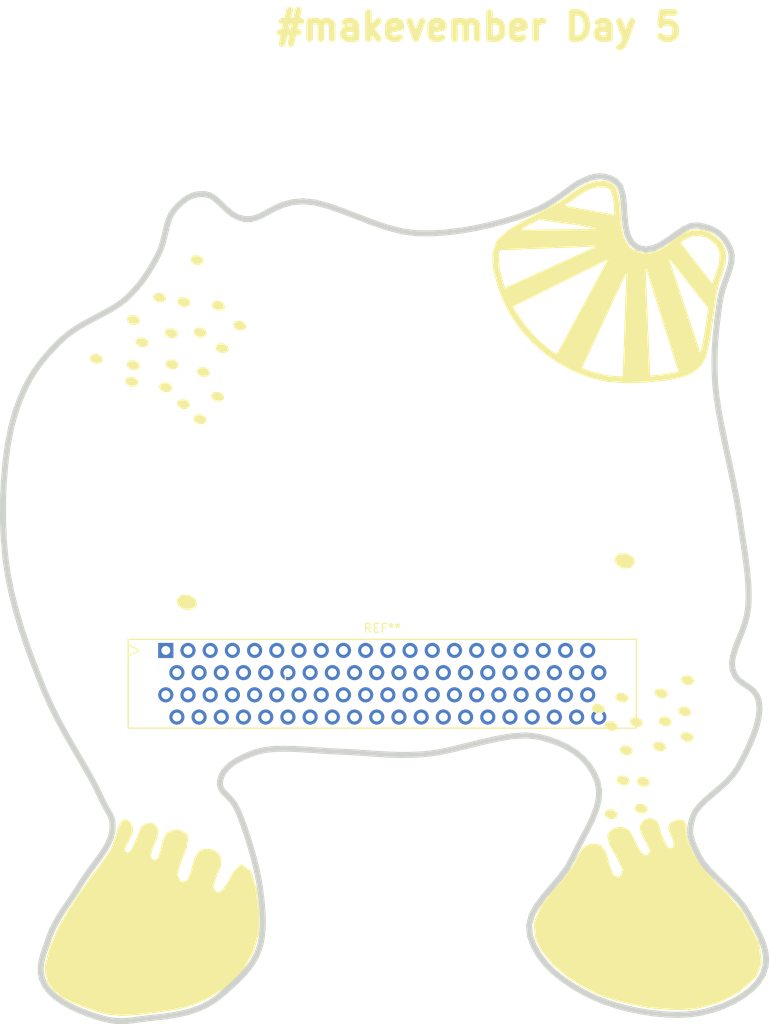
<source format=kicad_pcb>
(kicad_pcb (version 20171130) (host pcbnew 6.0.0-rc1-unknown-4ad37bc~66~ubuntu16.04.1)

  (general
    (thickness 1.6)
    (drawings 1)
    (tracks 0)
    (zones 0)
    (modules 3)
    (nets 1)
  )

  (page A4)
  (layers
    (0 F.Cu signal)
    (31 B.Cu signal)
    (32 B.Adhes user)
    (33 F.Adhes user)
    (34 B.Paste user)
    (35 F.Paste user)
    (36 B.SilkS user)
    (37 F.SilkS user)
    (38 B.Mask user)
    (39 F.Mask user)
    (40 Dwgs.User user)
    (41 Cmts.User user)
    (42 Eco1.User user)
    (43 Eco2.User user)
    (44 Edge.Cuts user)
    (45 Margin user)
    (46 B.CrtYd user)
    (47 F.CrtYd user)
    (48 B.Fab user)
    (49 F.Fab user)
  )

  (setup
    (last_trace_width 0.25)
    (trace_clearance 0.2)
    (zone_clearance 0.508)
    (zone_45_only no)
    (trace_min 0.2)
    (via_size 0.8)
    (via_drill 0.4)
    (via_min_size 0.4)
    (via_min_drill 0.3)
    (uvia_size 0.3)
    (uvia_drill 0.1)
    (uvias_allowed no)
    (uvia_min_size 0.2)
    (uvia_min_drill 0.1)
    (edge_width 0.05)
    (segment_width 0.2)
    (pcb_text_width 0.3)
    (pcb_text_size 1.5 1.5)
    (mod_edge_width 0.12)
    (mod_text_size 1 1)
    (mod_text_width 0.15)
    (pad_size 1.524 1.524)
    (pad_drill 0.762)
    (pad_to_mask_clearance 0.051)
    (solder_mask_min_width 0.25)
    (aux_axis_origin 0 0)
    (visible_elements FFFFFF7F)
    (pcbplotparams
      (layerselection 0x010fc_ffffffff)
      (usegerberextensions false)
      (usegerberattributes false)
      (usegerberadvancedattributes false)
      (creategerberjobfile false)
      (excludeedgelayer true)
      (linewidth 0.100000)
      (plotframeref false)
      (viasonmask false)
      (mode 1)
      (useauxorigin false)
      (hpglpennumber 1)
      (hpglpenspeed 20)
      (hpglpendiameter 15.000000)
      (psnegative false)
      (psa4output false)
      (plotreference true)
      (plotvalue true)
      (plotinvisibletext false)
      (padsonsilk false)
      (subtractmaskfromsilk false)
      (outputformat 1)
      (mirror false)
      (drillshape 1)
      (scaleselection 1)
      (outputdirectory ""))
  )

  (net 0 "")

  (net_class Default "This is the default net class."
    (clearance 0.2)
    (trace_width 0.25)
    (via_dia 0.8)
    (via_drill 0.4)
    (uvia_dia 0.3)
    (uvia_drill 0.1)
  )

  (module Connectors_4UCON:4UCON_17909_02x401.27mm_Vertical (layer F.Cu) (tedit 58F39FBE) (tstamp 5BE0C98B)
    (at 116.586 117.6782)
    (descr "BBC micro:bit vertical edge connector")
    (tags "bbc microbit edge connector vertical")
    (fp_text reference REF** (at 24.765 -2.54) (layer F.SilkS)
      (effects (font (size 1 1) (thickness 0.15)))
    )
    (fp_text value 4UCON_17909_02x401.27mm_Vertical (at 24.8 10.5) (layer F.Fab)
      (effects (font (size 1 1) (thickness 0.15)))
    )
    (fp_line (start 13.68 2.73) (end 13.68 3.28) (layer F.SilkS) (width 0.15))
    (fp_line (start 53.82 -1.27) (end 53.82 8.89) (layer F.SilkS) (width 0.15))
    (fp_line (start -4.3 -1.27) (end 53.82 -1.27) (layer F.SilkS) (width 0.15))
    (fp_line (start -4.3 8.89) (end -4.3 -1.27) (layer F.SilkS) (width 0.15))
    (fp_line (start 53.82 8.89) (end -4.3 8.89) (layer F.SilkS) (width 0.15))
    (fp_line (start -3 0) (end -4.27 0.635) (layer F.SilkS) (width 0.15))
    (fp_line (start -4.27 -0.635) (end -3 0) (layer F.SilkS) (width 0.15))
    (fp_line (start 53.82 -1.27) (end -4.3 -1.27) (layer F.CrtYd) (width 0.05))
    (fp_line (start 53.82 8.89) (end 53.82 -1.27) (layer F.CrtYd) (width 0.05))
    (fp_line (start -4.3 8.89) (end 53.82 8.89) (layer F.CrtYd) (width 0.05))
    (fp_line (start -4.3 -1.27) (end -4.3 8.89) (layer F.CrtYd) (width 0.05))
    (fp_text user %R (at 24.765 3.81) (layer F.Fab)
      (effects (font (size 1 1) (thickness 0.15)))
    )
    (fp_line (start -3.69 -0.63) (end 53.21 -0.63) (layer F.Fab) (width 0.1))
    (fp_line (start 53.21 -0.63) (end 53.21 8.25) (layer F.Fab) (width 0.1))
    (fp_line (start 53.21 8.25) (end -3.69 8.25) (layer F.Fab) (width 0.1))
    (fp_line (start -3.69 8.25) (end -3.69 -0.63) (layer F.Fab) (width 0.1))
    (fp_line (start -3.68 -0.62) (end -2.28 0.08) (layer F.Fab) (width 0.1))
    (fp_line (start -2.27 0.09) (end -3.67 0.79) (layer F.Fab) (width 0.1))
    (pad 42 thru_hole oval (at 25.4 5.08) (size 1.7272 1.7272) (drill 1.016) (layers *.Cu *.Mask))
    (pad 40 thru_hole oval (at 24.13 7.62) (size 1.7272 1.7272) (drill 1.016) (layers *.Cu *.Mask))
    (pad 38 thru_hole oval (at 22.86 5.08) (size 1.7272 1.7272) (drill 1.016) (layers *.Cu *.Mask))
    (pad 36 thru_hole oval (at 21.59 7.62) (size 1.7272 1.7272) (drill 1.016) (layers *.Cu *.Mask))
    (pad 34 thru_hole oval (at 20.32 5.08) (size 1.7272 1.7272) (drill 1.016) (layers *.Cu *.Mask))
    (pad 32 thru_hole oval (at 19.05 7.62) (size 1.7272 1.7272) (drill 1.016) (layers *.Cu *.Mask))
    (pad 30 thru_hole oval (at 17.78 5.08) (size 1.7272 1.7272) (drill 1.016) (layers *.Cu *.Mask))
    (pad 28 thru_hole oval (at 16.51 7.62) (size 1.7272 1.7272) (drill 1.016) (layers *.Cu *.Mask))
    (pad 26 thru_hole oval (at 15.24 5.08) (size 1.7272 1.7272) (drill 1.016) (layers *.Cu *.Mask))
    (pad 24 thru_hole oval (at 13.97 7.62) (size 1.7272 1.7272) (drill 1.016) (layers *.Cu *.Mask))
    (pad 22 thru_hole oval (at 12.7 5.08) (size 1.7272 1.7272) (drill 1.016) (layers *.Cu *.Mask))
    (pad 20 thru_hole oval (at 11.43 7.62) (size 1.7272 1.7272) (drill 1.016) (layers *.Cu *.Mask))
    (pad 18 thru_hole oval (at 10.16 5.08) (size 1.7272 1.7272) (drill 1.016) (layers *.Cu *.Mask))
    (pad 16 thru_hole oval (at 8.89 7.62) (size 1.7272 1.7272) (drill 1.016) (layers *.Cu *.Mask))
    (pad 14 thru_hole oval (at 7.62 5.08) (size 1.7272 1.7272) (drill 1.016) (layers *.Cu *.Mask))
    (pad 12 thru_hole oval (at 6.35 7.62) (size 1.7272 1.7272) (drill 1.016) (layers *.Cu *.Mask))
    (pad 10 thru_hole oval (at 5.08 5.08) (size 1.7272 1.7272) (drill 1.016) (layers *.Cu *.Mask))
    (pad 8 thru_hole oval (at 3.81 7.62) (size 1.7272 1.7272) (drill 1.016) (layers *.Cu *.Mask))
    (pad 6 thru_hole oval (at 2.54 5.08) (size 1.7272 1.7272) (drill 1.016) (layers *.Cu *.Mask))
    (pad 1 thru_hole rect (at 0 0) (size 1.7272 1.7272) (drill 1.016) (layers *.Cu *.Mask))
    (pad 3 thru_hole oval (at 1.27 2.54) (size 1.7272 1.7272) (drill 1.016) (layers *.Cu *.Mask))
    (pad 7 thru_hole oval (at 3.81 2.54) (size 1.7272 1.7272) (drill 1.016) (layers *.Cu *.Mask))
    (pad 11 thru_hole oval (at 6.35 2.54) (size 1.7272 1.7272) (drill 1.016) (layers *.Cu *.Mask))
    (pad 15 thru_hole oval (at 8.89 2.54) (size 1.7272 1.7272) (drill 1.016) (layers *.Cu *.Mask))
    (pad 19 thru_hole oval (at 11.43 2.54) (size 1.7272 1.7272) (drill 1.016) (layers *.Cu *.Mask))
    (pad 23 thru_hole oval (at 13.97 2.54) (size 1.7272 1.7272) (drill 1.016) (layers *.Cu *.Mask))
    (pad 27 thru_hole oval (at 16.51 2.54) (size 1.7272 1.7272) (drill 1.016) (layers *.Cu *.Mask))
    (pad 31 thru_hole oval (at 19.05 2.54) (size 1.7272 1.7272) (drill 1.016) (layers *.Cu *.Mask))
    (pad 35 thru_hole oval (at 21.59 2.54) (size 1.7272 1.7272) (drill 1.016) (layers *.Cu *.Mask))
    (pad 39 thru_hole oval (at 24.13 2.54) (size 1.7272 1.7272) (drill 1.016) (layers *.Cu *.Mask))
    (pad 5 thru_hole oval (at 2.54 0) (size 1.7272 1.7272) (drill 1.016) (layers *.Cu *.Mask))
    (pad 9 thru_hole oval (at 5.08 0) (size 1.7272 1.7272) (drill 1.016) (layers *.Cu *.Mask))
    (pad 13 thru_hole oval (at 7.62 0) (size 1.7272 1.7272) (drill 1.016) (layers *.Cu *.Mask))
    (pad 17 thru_hole oval (at 10.16 0) (size 1.7272 1.7272) (drill 1.016) (layers *.Cu *.Mask))
    (pad 21 thru_hole oval (at 12.7 0) (size 1.7272 1.7272) (drill 1.016) (layers *.Cu *.Mask))
    (pad 25 thru_hole oval (at 15.24 0) (size 1.7272 1.7272) (drill 1.016) (layers *.Cu *.Mask))
    (pad 29 thru_hole oval (at 17.78 0) (size 1.7272 1.7272) (drill 1.016) (layers *.Cu *.Mask))
    (pad 33 thru_hole oval (at 20.32 0) (size 1.7272 1.7272) (drill 1.016) (layers *.Cu *.Mask))
    (pad 37 thru_hole oval (at 22.86 0) (size 1.7272 1.7272) (drill 1.016) (layers *.Cu *.Mask))
    (pad 41 thru_hole oval (at 25.4 0) (size 1.7272 1.7272) (drill 1.016) (layers *.Cu *.Mask))
    (pad 2 thru_hole oval (at 0 5.08) (size 1.7272 1.7272) (drill 1.016) (layers *.Cu *.Mask))
    (pad 4 thru_hole oval (at 1.27 7.62) (size 1.7272 1.7272) (drill 1.016) (layers *.Cu *.Mask))
    (pad 44 thru_hole oval (at 26.67 7.62) (size 1.7272 1.7272) (drill 1.016) (layers *.Cu *.Mask))
    (pad 77 thru_hole oval (at 48.26 0) (size 1.7272 1.7272) (drill 1.016) (layers *.Cu *.Mask))
    (pad 73 thru_hole oval (at 45.72 0) (size 1.7272 1.7272) (drill 1.016) (layers *.Cu *.Mask))
    (pad 69 thru_hole oval (at 43.18 0) (size 1.7272 1.7272) (drill 1.016) (layers *.Cu *.Mask))
    (pad 65 thru_hole oval (at 40.64 0) (size 1.7272 1.7272) (drill 1.016) (layers *.Cu *.Mask))
    (pad 61 thru_hole oval (at 38.1 0) (size 1.7272 1.7272) (drill 1.016) (layers *.Cu *.Mask))
    (pad 57 thru_hole oval (at 35.56 0) (size 1.7272 1.7272) (drill 1.016) (layers *.Cu *.Mask))
    (pad 53 thru_hole oval (at 33.02 0) (size 1.7272 1.7272) (drill 1.016) (layers *.Cu *.Mask))
    (pad 49 thru_hole oval (at 30.48 0) (size 1.7272 1.7272) (drill 1.016) (layers *.Cu *.Mask))
    (pad 45 thru_hole oval (at 27.94 0) (size 1.7272 1.7272) (drill 1.016) (layers *.Cu *.Mask))
    (pad 79 thru_hole oval (at 49.53 2.54) (size 1.7272 1.7272) (drill 1.016) (layers *.Cu *.Mask))
    (pad 75 thru_hole oval (at 46.99 2.54) (size 1.7272 1.7272) (drill 1.016) (layers *.Cu *.Mask))
    (pad 71 thru_hole oval (at 44.45 2.54) (size 1.7272 1.7272) (drill 1.016) (layers *.Cu *.Mask))
    (pad 67 thru_hole oval (at 41.91 2.54) (size 1.7272 1.7272) (drill 1.016) (layers *.Cu *.Mask))
    (pad 63 thru_hole oval (at 39.37 2.54) (size 1.7272 1.7272) (drill 1.016) (layers *.Cu *.Mask))
    (pad 59 thru_hole oval (at 36.83 2.54) (size 1.7272 1.7272) (drill 1.016) (layers *.Cu *.Mask))
    (pad 55 thru_hole oval (at 34.29 2.54) (size 1.7272 1.7272) (drill 1.016) (layers *.Cu *.Mask))
    (pad 51 thru_hole oval (at 31.75 2.54) (size 1.7272 1.7272) (drill 1.016) (layers *.Cu *.Mask))
    (pad 47 thru_hole oval (at 29.21 2.54) (size 1.7272 1.7272) (drill 1.016) (layers *.Cu *.Mask))
    (pad 43 thru_hole oval (at 26.67 2.54) (size 1.7272 1.7272) (drill 1.016) (layers *.Cu *.Mask))
    (pad 46 thru_hole oval (at 27.94 5.08) (size 1.7272 1.7272) (drill 1.016) (layers *.Cu *.Mask))
    (pad 48 thru_hole oval (at 29.21 7.62) (size 1.7272 1.7272) (drill 1.016) (layers *.Cu *.Mask))
    (pad 50 thru_hole oval (at 30.48 5.08) (size 1.7272 1.7272) (drill 1.016) (layers *.Cu *.Mask))
    (pad 52 thru_hole oval (at 31.75 7.62) (size 1.7272 1.7272) (drill 1.016) (layers *.Cu *.Mask))
    (pad 54 thru_hole oval (at 33.02 5.08) (size 1.7272 1.7272) (drill 1.016) (layers *.Cu *.Mask))
    (pad 56 thru_hole oval (at 34.29 7.62) (size 1.7272 1.7272) (drill 1.016) (layers *.Cu *.Mask))
    (pad 58 thru_hole oval (at 35.56 5.08) (size 1.7272 1.7272) (drill 1.016) (layers *.Cu *.Mask))
    (pad 60 thru_hole oval (at 36.83 7.62) (size 1.7272 1.7272) (drill 1.016) (layers *.Cu *.Mask))
    (pad 62 thru_hole oval (at 38.1 5.08) (size 1.7272 1.7272) (drill 1.016) (layers *.Cu *.Mask))
    (pad 64 thru_hole oval (at 39.37 7.62) (size 1.7272 1.7272) (drill 1.016) (layers *.Cu *.Mask))
    (pad 66 thru_hole oval (at 40.64 5.08) (size 1.7272 1.7272) (drill 1.016) (layers *.Cu *.Mask))
    (pad 68 thru_hole oval (at 41.91 7.62) (size 1.7272 1.7272) (drill 1.016) (layers *.Cu *.Mask))
    (pad 70 thru_hole oval (at 43.18 5.08) (size 1.7272 1.7272) (drill 1.016) (layers *.Cu *.Mask))
    (pad 72 thru_hole oval (at 44.45 7.62) (size 1.7272 1.7272) (drill 1.016) (layers *.Cu *.Mask))
    (pad 74 thru_hole oval (at 45.72 5.08) (size 1.7272 1.7272) (drill 1.016) (layers *.Cu *.Mask))
    (pad 76 thru_hole oval (at 46.99 7.62) (size 1.7272 1.7272) (drill 1.016) (layers *.Cu *.Mask))
    (pad 78 thru_hole oval (at 48.26 5.08) (size 1.7272 1.7272) (drill 1.016) (layers *.Cu *.Mask))
    (pad 80 thru_hole oval (at 49.53 7.62) (size 1.7272 1.7272) (drill 1.016) (layers *.Cu *.Mask))
    (model "${KISYS3DMOD}/Microbit.3dshapes/microbit edge connector PHT v1.step"
      (offset (xyz 37 -10.5 -10.2))
      (scale (xyz 1 1 1))
      (rotate (xyz -90 0 180))
    )
    (model "${KISYS3DMOD}/Microbit.3dshapes/Microbit board assembly.stp"
      (offset (xyz 24 18 5.5))
      (scale (xyz 1 1 1))
      (rotate (xyz -90 0 90))
    )
  )

  (module Monster:Monster.Edge.02 (layer F.Cu) (tedit 5BE096B4) (tstamp 5BE12F92)
    (at 141.605 111.76)
    (descr "Imported from Monster2.svg")
    (tags svg2mod)
    (attr smd)
    (fp_text reference svg2mod (at 0 -51.373188) (layer F.SilkS) hide
      (effects (font (size 1.524 1.524) (thickness 0.3048)))
    )
    (fp_text value G*** (at 0 51.373188) (layer F.SilkS) hide
      (effects (font (size 1.524 1.524) (thickness 0.3048)))
    )
    (fp_line (start -27.070696 47.993775) (end -27.070696 47.993775) (layer Edge.Cuts) (width 0.688762))
    (fp_line (start -28.307285 48.15292) (end -27.070696 47.993775) (layer Edge.Cuts) (width 0.688762))
    (fp_line (start -28.884104 48.233156) (end -28.307285 48.15292) (layer Edge.Cuts) (width 0.688762))
    (fp_line (start -29.457354 48.294652) (end -28.884104 48.233156) (layer Edge.Cuts) (width 0.688762))
    (fp_line (start -30.045127 48.322931) (end -29.457354 48.294652) (layer Edge.Cuts) (width 0.688762))
    (fp_line (start -30.665495 48.303457) (end -30.045127 48.322931) (layer Edge.Cuts) (width 0.688762))
    (fp_line (start -31.336539 48.221754) (end -30.665495 48.303457) (layer Edge.Cuts) (width 0.688762))
    (fp_line (start -32.076334 48.06354) (end -31.336539 48.221754) (layer Edge.Cuts) (width 0.688762))
    (fp_line (start -32.919077 47.823538) (end -32.076334 48.06354) (layer Edge.Cuts) (width 0.688762))
    (fp_line (start -33.855798 47.508381) (end -32.919077 47.823538) (layer Edge.Cuts) (width 0.688762))
    (fp_line (start -34.839828 47.121369) (end -33.855798 47.508381) (layer Edge.Cuts) (width 0.688762))
    (fp_line (start -35.824514 46.665806) (end -34.839828 47.121369) (layer Edge.Cuts) (width 0.688762))
    (fp_line (start -36.763177 46.14505) (end -35.824514 46.665806) (layer Edge.Cuts) (width 0.688762))
    (fp_line (start -37.609157 45.562346) (end -36.763177 46.14505) (layer Edge.Cuts) (width 0.688762))
    (fp_line (start -38.315786 44.921024) (end -37.609157 45.562346) (layer Edge.Cuts) (width 0.688762))
    (fp_line (start -38.836404 44.224443) (end -38.315786 44.921024) (layer Edge.Cuts) (width 0.688762))
    (fp_line (start -39.156134 43.512312) (end -38.836404 44.224443) (layer Edge.Cuts) (width 0.688762))
    (fp_line (start -39.309893 42.81765) (end -39.156134 43.512312) (layer Edge.Cuts) (width 0.688762))
    (fp_line (start -39.325704 42.133628) (end -39.309893 42.81765) (layer Edge.Cuts) (width 0.688762))
    (fp_line (start -39.231595 41.453388) (end -39.325704 42.133628) (layer Edge.Cuts) (width 0.688762))
    (fp_line (start -39.055593 40.770071) (end -39.231595 41.453388) (layer Edge.Cuts) (width 0.688762))
    (fp_line (start -38.825727 40.076849) (end -39.055593 40.770071) (layer Edge.Cuts) (width 0.688762))
    (fp_line (start -38.570021 39.366834) (end -38.825727 40.076849) (layer Edge.Cuts) (width 0.688762))
    (fp_line (start -38.316506 38.633197) (end -38.570021 39.366834) (layer Edge.Cuts) (width 0.688762))
    (fp_line (start -38.025189 37.883559) (end -38.316506 38.633197) (layer Edge.Cuts) (width 0.688762))
    (fp_line (start -37.650251 37.130646) (end -38.025189 37.883559) (layer Edge.Cuts) (width 0.688762))
    (fp_line (start -37.210995 36.375166) (end -37.650251 37.130646) (layer Edge.Cuts) (width 0.688762))
    (fp_line (start -36.726701 35.617935) (end -37.210995 36.375166) (layer Edge.Cuts) (width 0.688762))
    (fp_line (start -36.21668 34.859689) (end -36.726701 35.617935) (layer Edge.Cuts) (width 0.688762))
    (fp_line (start -35.700224 34.101157) (end -36.21668 34.859689) (layer Edge.Cuts) (width 0.688762))
    (fp_line (start -35.196628 33.343148) (end -35.700224 34.101157) (layer Edge.Cuts) (width 0.688762))
    (fp_line (start -34.725188 32.5864) (end -35.196628 33.343148) (layer Edge.Cuts) (width 0.688762))
    (fp_line (start -34.233959 31.825153) (end -34.725188 32.5864) (layer Edge.Cuts) (width 0.688762))
    (fp_line (start -33.682276 31.056166) (end -34.233959 31.825153) (layer Edge.Cuts) (width 0.688762))
    (fp_line (start -33.106411 30.284082) (end -33.682276 31.056166) (layer Edge.Cuts) (width 0.688762))
    (fp_line (start -32.542636 29.513545) (end -33.106411 30.284082) (layer Edge.Cuts) (width 0.688762))
    (fp_line (start -32.027225 28.749194) (end -32.542636 29.513545) (layer Edge.Cuts) (width 0.688762))
    (fp_line (start -31.596449 27.995674) (end -32.027225 28.749194) (layer Edge.Cuts) (width 0.688762))
    (fp_line (start -31.286578 27.257629) (end -31.596449 27.995674) (layer Edge.Cuts) (width 0.688762))
    (fp_line (start -31.133894 26.539698) (end -31.286578 27.257629) (layer Edge.Cuts) (width 0.688762))
    (fp_line (start -31.102064 25.928476) (end -31.133894 26.539698) (layer Edge.Cuts) (width 0.688762))
    (fp_line (start -31.131184 25.465927) (end -31.102064 25.928476) (layer Edge.Cuts) (width 0.688762))
    (fp_line (start -31.222193 25.089768) (end -31.131184 25.465927) (layer Edge.Cuts) (width 0.688762))
    (fp_line (start -31.376024 24.737704) (end -31.222193 25.089768) (layer Edge.Cuts) (width 0.688762))
    (fp_line (start -31.593609 24.347447) (end -31.376024 24.737704) (layer Edge.Cuts) (width 0.688762))
    (fp_line (start -31.875878 23.856705) (end -31.593609 24.347447) (layer Edge.Cuts) (width 0.688762))
    (fp_line (start -32.223764 23.203185) (end -31.875878 23.856705) (layer Edge.Cuts) (width 0.688762))
    (fp_line (start -32.638199 22.324602) (end -32.223764 23.203185) (layer Edge.Cuts) (width 0.688762))
    (fp_line (start -33.174354 21.23041) (end -32.638199 22.324602) (layer Edge.Cuts) (width 0.688762))
    (fp_line (start -33.860293 19.986016) (end -33.174354 21.23041) (layer Edge.Cuts) (width 0.688762))
    (fp_line (start -34.656292 18.613058) (end -33.860293 19.986016) (layer Edge.Cuts) (width 0.688762))
    (fp_line (start -35.522628 17.133172) (end -34.656292 18.613058) (layer Edge.Cuts) (width 0.688762))
    (fp_line (start -36.419575 15.567993) (end -35.522628 17.133172) (layer Edge.Cuts) (width 0.688762))
    (fp_line (start -37.307412 13.939156) (end -36.419575 15.567993) (layer Edge.Cuts) (width 0.688762))
    (fp_line (start -38.146413 12.268299) (end -37.307412 13.939156) (layer Edge.Cuts) (width 0.688762))
    (fp_line (start -38.896854 10.577051) (end -38.146413 12.268299) (layer Edge.Cuts) (width 0.688762))
    (fp_line (start -39.595063 8.842485) (end -38.896854 10.577051) (layer Edge.Cuts) (width 0.688762))
    (fp_line (start -40.291281 7.034643) (end -39.595063 8.842485) (layer Edge.Cuts) (width 0.688762))
    (fp_line (start -40.966666 5.164616) (end -40.291281 7.034643) (layer Edge.Cuts) (width 0.688762))
    (fp_line (start -41.602374 3.243493) (end -40.966666 5.164616) (layer Edge.Cuts) (width 0.688762))
    (fp_line (start -42.179562 1.282367) (end -41.602374 3.243493) (layer Edge.Cuts) (width 0.688762))
    (fp_line (start -42.679385 -0.707669) (end -42.179562 1.282367) (layer Edge.Cuts) (width 0.688762))
    (fp_line (start -43.083001 -2.715525) (end -42.679385 -0.707669) (layer Edge.Cuts) (width 0.688762))
    (fp_line (start -43.371565 -4.730112) (end -43.083001 -2.715525) (layer Edge.Cuts) (width 0.688762))
    (fp_line (start -43.550618 -6.811956) (end -43.371565 -4.730112) (layer Edge.Cuts) (width 0.688762))
    (fp_line (start -43.638361 -8.993855) (end -43.550618 -6.811956) (layer Edge.Cuts) (width 0.688762))
    (fp_line (start -43.634937 -11.223134) (end -43.638361 -8.993855) (layer Edge.Cuts) (width 0.688762))
    (fp_line (start -43.540493 -13.447105) (end -43.634937 -11.223134) (layer Edge.Cuts) (width 0.688762))
    (fp_line (start -43.355172 -15.613087) (end -43.540493 -13.447105) (layer Edge.Cuts) (width 0.688762))
    (fp_line (start -43.079119 -17.668398) (end -43.355172 -15.613087) (layer Edge.Cuts) (width 0.688762))
    (fp_line (start -42.712479 -19.560357) (end -43.079119 -17.668398) (layer Edge.Cuts) (width 0.688762))
    (fp_line (start -42.255396 -21.23628) (end -42.712479 -19.560357) (layer Edge.Cuts) (width 0.688762))
    (fp_line (start -41.739817 -22.686242) (end -42.255396 -21.23628) (layer Edge.Cuts) (width 0.688762))
    (fp_line (start -41.195112 -23.955525) (end -41.739817 -22.686242) (layer Edge.Cuts) (width 0.688762))
    (fp_line (start -40.617559 -25.074259) (end -41.195112 -23.955525) (layer Edge.Cuts) (width 0.688762))
    (fp_line (start -40.003436 -26.07257) (end -40.617559 -25.074259) (layer Edge.Cuts) (width 0.688762))
    (fp_line (start -39.349023 -26.980583) (end -40.003436 -26.07257) (layer Edge.Cuts) (width 0.688762))
    (fp_line (start -38.650598 -27.828424) (end -39.349023 -26.980583) (layer Edge.Cuts) (width 0.688762))
    (fp_line (start -37.90444 -28.646219) (end -38.650598 -27.828424) (layer Edge.Cuts) (width 0.688762))
    (fp_line (start -37.106828 -29.464096) (end -37.90444 -28.646219) (layer Edge.Cuts) (width 0.688762))
    (fp_line (start -36.224357 -30.237555) (end -37.106828 -29.464096) (layer Edge.Cuts) (width 0.688762))
    (fp_line (start -35.250256 -30.917693) (end -36.224357 -30.237555) (layer Edge.Cuts) (width 0.688762))
    (fp_line (start -34.220754 -31.528044) (end -35.250256 -30.917693) (layer Edge.Cuts) (width 0.688762))
    (fp_line (start -33.17208 -32.092136) (end -34.220754 -31.528044) (layer Edge.Cuts) (width 0.688762))
    (fp_line (start -32.140463 -32.633497) (end -33.17208 -32.092136) (layer Edge.Cuts) (width 0.688762))
    (fp_line (start -31.162131 -33.175652) (end -32.140463 -32.633497) (layer Edge.Cuts) (width 0.688762))
    (fp_line (start -30.273315 -33.742134) (end -31.162131 -33.175652) (layer Edge.Cuts) (width 0.688762))
    (fp_line (start -29.510242 -34.356469) (end -30.273315 -33.742134) (layer Edge.Cuts) (width 0.688762))
    (fp_line (start -28.865158 -34.994865) (end -29.510242 -34.356469) (layer Edge.Cuts) (width 0.688762))
    (fp_line (start -28.29844 -35.620506) (end -28.865158 -34.994865) (layer Edge.Cuts) (width 0.688762))
    (fp_line (start -27.79851 -36.237399) (end -28.29844 -35.620506) (layer Edge.Cuts) (width 0.688762))
    (fp_line (start -27.353793 -36.849544) (end -27.79851 -36.237399) (layer Edge.Cuts) (width 0.688762))
    (fp_line (start -26.952713 -37.460948) (end -27.353793 -36.849544) (layer Edge.Cuts) (width 0.688762))
    (fp_line (start -26.583693 -38.075617) (end -26.952713 -37.460948) (layer Edge.Cuts) (width 0.688762))
    (fp_line (start -26.235156 -38.697552) (end -26.583693 -38.075617) (layer Edge.Cuts) (width 0.688762))
    (fp_line (start -25.895527 -39.330758) (end -26.235156 -38.697552) (layer Edge.Cuts) (width 0.688762))
    (fp_line (start -25.599321 -39.994606) (end -25.895527 -39.330758) (layer Edge.Cuts) (width 0.688762))
    (fp_line (start -25.372038 -40.692519) (end -25.599321 -39.994606) (layer Edge.Cuts) (width 0.688762))
    (fp_line (start -25.188574 -41.404574) (end -25.372038 -40.692519) (layer Edge.Cuts) (width 0.688762))
    (fp_line (start -25.023828 -42.11085) (end -25.188574 -41.404574) (layer Edge.Cuts) (width 0.688762))
    (fp_line (start -24.852699 -42.791429) (end -25.023828 -42.11085) (layer Edge.Cuts) (width 0.688762))
    (fp_line (start -24.650083 -43.426386) (end -24.852699 -42.791429) (layer Edge.Cuts) (width 0.688762))
    (fp_line (start -24.390879 -43.995803) (end -24.650083 -43.426386) (layer Edge.Cuts) (width 0.688762))
    (fp_line (start -24.049985 -44.479761) (end -24.390879 -43.995803) (layer Edge.Cuts) (width 0.688762))
    (fp_line (start -23.666193 -44.893623) (end -24.049985 -44.479761) (layer Edge.Cuts) (width 0.688762))
    (fp_line (start -23.288113 -45.262871) (end -23.666193 -44.893623) (layer Edge.Cuts) (width 0.688762))
    (fp_line (start -22.905368 -45.58275) (end -23.288113 -45.262871) (layer Edge.Cuts) (width 0.688762))
    (fp_line (start -22.507579 -45.848505) (end -22.905368 -45.58275) (layer Edge.Cuts) (width 0.688762))
    (fp_line (start -22.08437 -46.055379) (end -22.507579 -45.848505) (layer Edge.Cuts) (width 0.688762))
    (fp_line (start -21.625366 -46.198638) (end -22.08437 -46.055379) (layer Edge.Cuts) (width 0.688762))
    (fp_line (start -21.120187 -46.273515) (end -21.625366 -46.198638) (layer Edge.Cuts) (width 0.688762))
    (fp_line (start -20.558457 -46.275208) (end -21.120187 -46.273515) (layer Edge.Cuts) (width 0.688762))
    (fp_line (start -19.995621 -46.136832) (end -20.558457 -46.275208) (layer Edge.Cuts) (width 0.688762))
    (fp_line (start -19.478539 -45.829867) (end -19.995621 -46.136832) (layer Edge.Cuts) (width 0.688762))
    (fp_line (start -18.98395 -45.407313) (end -19.478539 -45.829867) (layer Edge.Cuts) (width 0.688762))
    (fp_line (start -18.488599 -44.92217) (end -18.98395 -45.407313) (layer Edge.Cuts) (width 0.688762))
    (fp_line (start -17.969234 -44.427443) (end -18.488599 -44.92217) (layer Edge.Cuts) (width 0.688762))
    (fp_line (start -17.4026 -43.97613) (end -17.969234 -44.427443) (layer Edge.Cuts) (width 0.688762))
    (fp_line (start -16.765435 -43.621235) (end -17.4026 -43.97613) (layer Edge.Cuts) (width 0.688762))
    (fp_line (start -16.034493 -43.415761) (end -16.765435 -43.621235) (layer Edge.Cuts) (width 0.688762))
    (fp_line (start -15.28446 -43.416325) (end -16.034493 -43.415761) (layer Edge.Cuts) (width 0.688762))
    (fp_line (start -14.581258 -43.605623) (end -15.28446 -43.416325) (layer Edge.Cuts) (width 0.688762))
    (fp_line (start -13.888476 -43.925623) (end -14.581258 -43.605623) (layer Edge.Cuts) (width 0.688762))
    (fp_line (start -13.169704 -44.318313) (end -13.888476 -43.925623) (layer Edge.Cuts) (width 0.688762))
    (fp_line (start -12.388527 -44.725689) (end -13.169704 -44.318313) (layer Edge.Cuts) (width 0.688762))
    (fp_line (start -11.508538 -45.089742) (end -12.388527 -44.725689) (layer Edge.Cuts) (width 0.688762))
    (fp_line (start -10.493323 -45.352463) (end -11.508538 -45.089742) (layer Edge.Cuts) (width 0.688762))
    (fp_line (start -9.306474 -45.455846) (end -10.493323 -45.352463) (layer Edge.Cuts) (width 0.688762))
    (fp_line (start -7.946504 -45.311746) (end -9.306474 -45.455846) (layer Edge.Cuts) (width 0.688762))
    (fp_line (start -6.455013 -44.922579) (end -7.946504 -45.311746) (layer Edge.Cuts) (width 0.688762))
    (fp_line (start -4.860204 -44.366181) (end -6.455013 -44.922579) (layer Edge.Cuts) (width 0.688762))
    (fp_line (start -3.190278 -43.720388) (end -4.860204 -44.366181) (layer Edge.Cuts) (width 0.688762))
    (fp_line (start -1.473441 -43.063034) (end -3.190278 -43.720388) (layer Edge.Cuts) (width 0.688762))
    (fp_line (start 0.262101 -42.471953) (end -1.473441 -43.063034) (layer Edge.Cuts) (width 0.688762))
    (fp_line (start 1.98815 -42.024981) (end 0.262101 -42.471953) (layer Edge.Cuts) (width 0.688762))
    (fp_line (start 3.676496 -41.799954) (end 1.98815 -42.024981) (layer Edge.Cuts) (width 0.688762))
    (fp_line (start 5.370216 -41.78319) (end 3.676496 -41.799954) (layer Edge.Cuts) (width 0.688762))
    (fp_line (start 7.107305 -41.894834) (end 5.370216 -41.78319) (layer Edge.Cuts) (width 0.688762))
    (fp_line (start 8.85193 -42.113472) (end 7.107305 -41.894834) (layer Edge.Cuts) (width 0.688762))
    (fp_line (start 10.568261 -42.417682) (end 8.85193 -42.113472) (layer Edge.Cuts) (width 0.688762))
    (fp_line (start 12.220466 -42.786041) (end 10.568261 -42.417682) (layer Edge.Cuts) (width 0.688762))
    (fp_line (start 13.772711 -43.197134) (end 12.220466 -42.786041) (layer Edge.Cuts) (width 0.688762))
    (fp_line (start 15.189165 -43.629538) (end 13.772711 -43.197134) (layer Edge.Cuts) (width 0.688762))
    (fp_line (start 16.433993 -44.061838) (end 15.189165 -43.629538) (layer Edge.Cuts) (width 0.688762))
    (fp_line (start 17.523964 -44.519427) (end 16.433993 -44.061838) (layer Edge.Cuts) (width 0.688762))
    (fp_line (start 18.501903 -45.024114) (end 17.523964 -44.519427) (layer Edge.Cuts) (width 0.688762))
    (fp_line (start 19.371077 -45.549076) (end 18.501903 -45.024114) (layer Edge.Cuts) (width 0.688762))
    (fp_line (start 20.13475 -46.067504) (end 19.371077 -45.549076) (layer Edge.Cuts) (width 0.688762))
    (fp_line (start 20.796195 -46.552576) (end 20.13475 -46.067504) (layer Edge.Cuts) (width 0.688762))
    (fp_line (start 21.358675 -46.977481) (end 20.796195 -46.552576) (layer Edge.Cuts) (width 0.688762))
    (fp_line (start 21.825456 -47.315403) (end 21.358675 -46.977481) (layer Edge.Cuts) (width 0.688762))
    (fp_line (start 22.199807 -47.539521) (end 21.825456 -47.315403) (layer Edge.Cuts) (width 0.688762))
    (fp_line (start 22.559319 -47.718301) (end 22.199807 -47.539521) (layer Edge.Cuts) (width 0.688762))
    (fp_line (start 22.976361 -47.917058) (end 22.559319 -47.718301) (layer Edge.Cuts) (width 0.688762))
    (fp_line (start 23.446385 -48.104268) (end 22.976361 -47.917058) (layer Edge.Cuts) (width 0.688762))
    (fp_line (start 23.964831 -48.248407) (end 23.446385 -48.104268) (layer Edge.Cuts) (width 0.688762))
    (fp_line (start 24.52715 -48.317947) (end 23.964831 -48.248407) (layer Edge.Cuts) (width 0.688762))
    (fp_line (start 25.128783 -48.281354) (end 24.52715 -48.317947) (layer Edge.Cuts) (width 0.688762))
    (fp_line (start 25.765174 -48.107107) (end 25.128783 -48.281354) (layer Edge.Cuts) (width 0.688762))
    (fp_line (start 26.431774 -47.763682) (end 25.765174 -48.107107) (layer Edge.Cuts) (width 0.688762))
    (fp_line (start 26.959798 -47.146854) (end 26.431774 -47.763682) (layer Edge.Cuts) (width 0.688762))
    (fp_line (start 27.244552 -46.23855) (end 26.959798 -47.146854) (layer Edge.Cuts) (width 0.688762))
    (fp_line (start 27.377628 -45.136461) (end 27.244552 -46.23855) (layer Edge.Cuts) (width 0.688762))
    (fp_line (start 27.450614 -43.938278) (end 27.377628 -45.136461) (layer Edge.Cuts) (width 0.688762))
    (fp_line (start 27.555101 -42.741693) (end 27.450614 -43.938278) (layer Edge.Cuts) (width 0.688762))
    (fp_line (start 27.782671 -41.644396) (end 27.555101 -42.741693) (layer Edge.Cuts) (width 0.688762))
    (fp_line (start 28.224916 -40.744079) (end 27.782671 -41.644396) (layer Edge.Cuts) (width 0.688762))
    (fp_line (start 28.973428 -40.13843) (end 28.224916 -40.744079) (layer Edge.Cuts) (width 0.688762))
    (fp_line (start 29.896603 -39.934386) (end 28.973428 -40.13843) (layer Edge.Cuts) (width 0.688762))
    (fp_line (start 30.801167 -40.100304) (end 29.896603 -39.934386) (layer Edge.Cuts) (width 0.688762))
    (fp_line (start 31.686205 -40.526017) (end 30.801167 -40.100304) (layer Edge.Cuts) (width 0.688762))
    (fp_line (start 32.550801 -41.101349) (end 31.686205 -40.526017) (layer Edge.Cuts) (width 0.688762))
    (fp_line (start 33.394041 -41.716137) (end 32.550801 -41.101349) (layer Edge.Cuts) (width 0.688762))
    (fp_line (start 34.215006 -42.260202) (end 33.394041 -41.716137) (layer Edge.Cuts) (width 0.688762))
    (fp_line (start 35.012789 -42.623379) (end 34.215006 -42.260202) (layer Edge.Cuts) (width 0.688762))
    (fp_line (start 35.786467 -42.695498) (end 35.012789 -42.623379) (layer Edge.Cuts) (width 0.688762))
    (fp_line (start 36.50054 -42.563585) (end 35.786467 -42.695498) (layer Edge.Cuts) (width 0.688762))
    (fp_line (start 37.126219 -42.384272) (end 36.50054 -42.563585) (layer Edge.Cuts) (width 0.688762))
    (fp_line (start 37.672657 -42.151797) (end 37.126219 -42.384272) (layer Edge.Cuts) (width 0.688762))
    (fp_line (start 38.149014 -41.8604) (end 37.672657 -42.151797) (layer Edge.Cuts) (width 0.688762))
    (fp_line (start 38.564443 -41.504312) (end 38.149014 -41.8604) (layer Edge.Cuts) (width 0.688762))
    (fp_line (start 38.9281 -41.077772) (end 38.564443 -41.504312) (layer Edge.Cuts) (width 0.688762))
    (fp_line (start 39.249142 -40.575022) (end 38.9281 -41.077772) (layer Edge.Cuts) (width 0.688762))
    (fp_line (start 39.536718 -39.990288) (end 39.249142 -40.575022) (layer Edge.Cuts) (width 0.688762))
    (fp_line (start 39.707389 -39.349545) (end 39.536718 -39.990288) (layer Edge.Cuts) (width 0.688762))
    (fp_line (start 39.700192 -38.679874) (end 39.707389 -39.349545) (layer Edge.Cuts) (width 0.688762))
    (fp_line (start 39.558017 -37.977186) (end 39.700192 -38.679874) (layer Edge.Cuts) (width 0.688762))
    (fp_line (start 39.323739 -37.237397) (end 39.558017 -37.977186) (layer Edge.Cuts) (width 0.688762))
    (fp_line (start 39.040238 -36.456417) (end 39.323739 -37.237397) (layer Edge.Cuts) (width 0.688762))
    (fp_line (start 38.750393 -35.630158) (end 39.040238 -36.456417) (layer Edge.Cuts) (width 0.688762))
    (fp_line (start 38.497085 -34.754538) (end 38.750393 -35.630158) (layer Edge.Cuts) (width 0.688762))
    (fp_line (start 38.323194 -33.825468) (end 38.497085 -34.754538) (layer Edge.Cuts) (width 0.688762))
    (fp_line (start 38.199052 -32.86506) (end 38.323194 -33.825468) (layer Edge.Cuts) (width 0.688762))
    (fp_line (start 38.072879 -31.886652) (end 38.199052 -32.86506) (layer Edge.Cuts) (width 0.688762))
    (fp_line (start 37.954383 -30.873001) (end 38.072879 -31.886652) (layer Edge.Cuts) (width 0.688762))
    (fp_line (start 37.853274 -29.806847) (end 37.954383 -30.873001) (layer Edge.Cuts) (width 0.688762))
    (fp_line (start 37.779258 -28.670945) (end 37.853274 -29.806847) (layer Edge.Cuts) (width 0.688762))
    (fp_line (start 37.742044 -27.448045) (end 37.779258 -28.670945) (layer Edge.Cuts) (width 0.688762))
    (fp_line (start 37.751329 -26.120895) (end 37.742044 -27.448045) (layer Edge.Cuts) (width 0.688762))
    (fp_line (start 37.816845 -24.672245) (end 37.751329 -26.120895) (layer Edge.Cuts) (width 0.688762))
    (fp_line (start 37.983734 -23.043846) (end 37.816845 -24.672245) (layer Edge.Cuts) (width 0.688762))
    (fp_line (start 38.268157 -21.228316) (end 37.983734 -23.043846) (layer Edge.Cuts) (width 0.688762))
    (fp_line (start 38.636325 -19.284705) (end 38.268157 -21.228316) (layer Edge.Cuts) (width 0.688762))
    (fp_line (start 39.054445 -17.27206) (end 38.636325 -19.284705) (layer Edge.Cuts) (width 0.688762))
    (fp_line (start 39.488735 -15.249432) (end 39.054445 -17.27206) (layer Edge.Cuts) (width 0.688762))
    (fp_line (start 39.905402 -13.275866) (end 39.488735 -15.249432) (layer Edge.Cuts) (width 0.688762))
    (fp_line (start 40.270659 -11.410414) (end 39.905402 -13.275866) (layer Edge.Cuts) (width 0.688762))
    (fp_line (start 40.550717 -9.712119) (end 40.270659 -11.410414) (layer Edge.Cuts) (width 0.688762))
    (fp_line (start 40.778129 -8.161181) (end 40.550717 -9.712119) (layer Edge.Cuts) (width 0.688762))
    (fp_line (start 41.000624 -6.693109) (end 40.778129 -8.161181) (layer Edge.Cuts) (width 0.688762))
    (fp_line (start 41.207183 -5.299919) (end 41.000624 -6.693109) (layer Edge.Cuts) (width 0.688762))
    (fp_line (start 41.386783 -3.973635) (end 41.207183 -5.299919) (layer Edge.Cuts) (width 0.688762))
    (fp_line (start 41.528408 -2.70628) (end 41.386783 -3.973635) (layer Edge.Cuts) (width 0.688762))
    (fp_line (start 41.621031 -1.489868) (end 41.528408 -2.70628) (layer Edge.Cuts) (width 0.688762))
    (fp_line (start 41.653627 -0.316425) (end 41.621031 -1.489868) (layer Edge.Cuts) (width 0.688762))
    (fp_line (start 41.615189 0.822032) (end 41.653627 -0.316425) (layer Edge.Cuts) (width 0.688762))
    (fp_line (start 41.458081 1.914745) (end 41.615189 0.822032) (layer Edge.Cuts) (width 0.688762))
    (fp_line (start 41.176917 2.948167) (end 41.458081 1.914745) (layer Edge.Cuts) (width 0.688762))
    (fp_line (start 40.824052 3.926087) (end 41.176917 2.948167) (layer Edge.Cuts) (width 0.688762))
    (fp_line (start 40.451835 4.852303) (end 40.824052 3.926087) (layer Edge.Cuts) (width 0.688762))
    (fp_line (start 40.112615 5.730604) (end 40.451835 4.852303) (layer Edge.Cuts) (width 0.688762))
    (fp_line (start 39.858748 6.564782) (end 40.112615 5.730604) (layer Edge.Cuts) (width 0.688762))
    (fp_line (start 39.742582 7.358631) (end 39.858748 6.564782) (layer Edge.Cuts) (width 0.688762))
    (fp_line (start 39.816465 8.115944) (end 39.742582 7.358631) (layer Edge.Cuts) (width 0.688762))
    (fp_line (start 40.069475 8.753193) (end 39.816465 8.115944) (layer Edge.Cuts) (width 0.688762))
    (fp_line (start 40.431165 9.222689) (end 40.069475 8.753193) (layer Edge.Cuts) (width 0.688762))
    (fp_line (start 40.864624 9.581978) (end 40.431165 9.222689) (layer Edge.Cuts) (width 0.688762))
    (fp_line (start 41.332938 9.888601) (end 40.864624 9.581978) (layer Edge.Cuts) (width 0.688762))
    (fp_line (start 41.799192 10.200107) (end 41.332938 9.888601) (layer Edge.Cuts) (width 0.688762))
    (fp_line (start 42.226465 10.57404) (end 41.799192 10.200107) (layer Edge.Cuts) (width 0.688762))
    (fp_line (start 42.577849 11.067946) (end 42.226465 10.57404) (layer Edge.Cuts) (width 0.688762))
    (fp_line (start 42.816422 11.739369) (end 42.577849 11.067946) (layer Edge.Cuts) (width 0.688762))
    (fp_line (start 42.894259 12.574823) (end 42.816422 11.739369) (layer Edge.Cuts) (width 0.688762))
    (fp_line (start 42.806488 13.503436) (end 42.894259 12.574823) (layer Edge.Cuts) (width 0.688762))
    (fp_line (start 42.580795 14.496692) (end 42.806488 13.503436) (layer Edge.Cuts) (width 0.688762))
    (fp_line (start 42.244863 15.526078) (end 42.580795 14.496692) (layer Edge.Cuts) (width 0.688762))
    (fp_line (start 41.826376 16.563072) (end 42.244863 15.526078) (layer Edge.Cuts) (width 0.688762))
    (fp_line (start 41.353016 17.57916) (end 41.826376 16.563072) (layer Edge.Cuts) (width 0.688762))
    (fp_line (start 40.852466 18.545827) (end 41.353016 17.57916) (layer Edge.Cuts) (width 0.688762))
    (fp_line (start 40.352408 19.434553) (end 40.852466 18.545827) (layer Edge.Cuts) (width 0.688762))
    (fp_line (start 39.780569 20.240069) (end 40.352408 19.434553) (layer Edge.Cuts) (width 0.688762))
    (fp_line (start 39.082066 20.985647) (end 39.780569 20.240069) (layer Edge.Cuts) (width 0.688762))
    (fp_line (start 38.310666 21.685572) (end 39.082066 20.985647) (layer Edge.Cuts) (width 0.688762))
    (fp_line (start 37.520136 22.354131) (end 38.310666 21.685572) (layer Edge.Cuts) (width 0.688762))
    (fp_line (start 36.76424 23.005619) (end 37.520136 22.354131) (layer Edge.Cuts) (width 0.688762))
    (fp_line (start 36.096745 23.654318) (end 36.76424 23.005619) (layer Edge.Cuts) (width 0.688762))
    (fp_line (start 35.571422 24.314517) (end 36.096745 23.654318) (layer Edge.Cuts) (width 0.688762))
    (fp_line (start 35.242035 25.000509) (end 35.571422 24.314517) (layer Edge.Cuts) (width 0.688762))
    (fp_line (start 35.069516 25.647662) (end 35.242035 25.000509) (layer Edge.Cuts) (width 0.688762))
    (fp_line (start 34.976806 26.203177) (end 35.069516 25.647662) (layer Edge.Cuts) (width 0.688762))
    (fp_line (start 34.960691 26.699089) (end 34.976806 26.203177) (layer Edge.Cuts) (width 0.688762))
    (fp_line (start 35.017923 27.167442) (end 34.960691 26.699089) (layer Edge.Cuts) (width 0.688762))
    (fp_line (start 35.145289 27.640272) (end 35.017923 27.167442) (layer Edge.Cuts) (width 0.688762))
    (fp_line (start 35.339568 28.149618) (end 35.145289 27.640272) (layer Edge.Cuts) (width 0.688762))
    (fp_line (start 35.597536 28.727516) (end 35.339568 28.149618) (layer Edge.Cuts) (width 0.688762))
    (fp_line (start 35.915971 29.406009) (end 35.597536 28.727516) (layer Edge.Cuts) (width 0.688762))
    (fp_line (start 36.377074 30.16197) (end 35.915971 29.406009) (layer Edge.Cuts) (width 0.688762))
    (fp_line (start 37.026385 30.948074) (end 36.377074 30.16197) (layer Edge.Cuts) (width 0.688762))
    (fp_line (start 37.805683 31.760056) (end 37.026385 30.948074) (layer Edge.Cuts) (width 0.688762))
    (fp_line (start 38.656738 32.593647) (end 37.805683 31.760056) (layer Edge.Cuts) (width 0.688762))
    (fp_line (start 39.521328 33.444584) (end 38.656738 32.593647) (layer Edge.Cuts) (width 0.688762))
    (fp_line (start 40.341226 34.308605) (end 39.521328 33.444584) (layer Edge.Cuts) (width 0.688762))
    (fp_line (start 41.058209 35.181422) (end 40.341226 34.308605) (layer Edge.Cuts) (width 0.688762))
    (fp_line (start 41.614051 36.058823) (end 41.058209 35.181422) (layer Edge.Cuts) (width 0.688762))
    (fp_line (start 42.079345 36.929337) (end 41.614051 36.058823) (layer Edge.Cuts) (width 0.688762))
    (fp_line (start 42.540386 37.787857) (end 42.079345 36.929337) (layer Edge.Cuts) (width 0.688762))
    (fp_line (start 42.962458 38.639491) (end 42.540386 37.787857) (layer Edge.Cuts) (width 0.688762))
    (fp_line (start 43.31085 39.489375) (end 42.962458 38.639491) (layer Edge.Cuts) (width 0.688762))
    (fp_line (start 43.550866 40.342674) (end 43.31085 39.489375) (layer Edge.Cuts) (width 0.688762))
    (fp_line (start 43.647798 41.204524) (end 43.550866 40.342674) (layer Edge.Cuts) (width 0.688762))
    (fp_line (start 43.566942 42.080006) (end 43.647798 41.204524) (layer Edge.Cuts) (width 0.688762))
    (fp_line (start 43.273589 42.974311) (end 43.566942 42.080006) (layer Edge.Cuts) (width 0.688762))
    (fp_line (start 42.735693 43.850922) (end 43.273589 42.974311) (layer Edge.Cuts) (width 0.688762))
    (fp_line (start 41.971652 44.662452) (end 42.735693 43.850922) (layer Edge.Cuts) (width 0.688762))
    (fp_line (start 41.022418 45.397754) (end 41.971652 44.662452) (layer Edge.Cuts) (width 0.688762))
    (fp_line (start 39.928939 46.045679) (end 41.022418 45.397754) (layer Edge.Cuts) (width 0.688762))
    (fp_line (start 38.732173 46.595025) (end 39.928939 46.045679) (layer Edge.Cuts) (width 0.688762))
    (fp_line (start 37.473061 47.034671) (end 38.732173 46.595025) (layer Edge.Cuts) (width 0.688762))
    (fp_line (start 36.192563 47.353384) (end 37.473061 47.034671) (layer Edge.Cuts) (width 0.688762))
    (fp_line (start 34.93163 47.540131) (end 36.192563 47.353384) (layer Edge.Cuts) (width 0.688762))
    (fp_line (start 33.628622 47.603095) (end 34.93163 47.540131) (layer Edge.Cuts) (width 0.688762))
    (fp_line (start 32.220008 47.561862) (end 33.628622 47.603095) (layer Edge.Cuts) (width 0.688762))
    (fp_line (start 30.743893 47.422726) (end 32.220008 47.561862) (layer Edge.Cuts) (width 0.688762))
    (fp_line (start 29.238384 47.191925) (end 30.743893 47.422726) (layer Edge.Cuts) (width 0.688762))
    (fp_line (start 27.74159 46.875639) (end 29.238384 47.191925) (layer Edge.Cuts) (width 0.688762))
    (fp_line (start 26.29162 46.480132) (end 27.74159 46.875639) (layer Edge.Cuts) (width 0.688762))
    (fp_line (start 24.926579 46.011587) (end 26.29162 46.480132) (layer Edge.Cuts) (width 0.688762))
    (fp_line (start 23.684575 45.476183) (end 24.926579 46.011587) (layer Edge.Cuts) (width 0.688762))
    (fp_line (start 22.524385 44.877562) (end 23.684575 45.476183) (layer Edge.Cuts) (width 0.688762))
    (fp_line (start 21.395508 44.212053) (end 22.524385 44.877562) (layer Edge.Cuts) (width 0.688762))
    (fp_line (start 20.322098 43.475002) (end 21.395508 44.212053) (layer Edge.Cuts) (width 0.688762))
    (fp_line (start 19.328312 42.661779) (end 20.322098 43.475002) (layer Edge.Cuts) (width 0.688762))
    (fp_line (start 18.438307 41.76767) (end 19.328312 42.661779) (layer Edge.Cuts) (width 0.688762))
    (fp_line (start 17.676231 40.788021) (end 18.438307 41.76767) (layer Edge.Cuts) (width 0.688762))
    (fp_line (start 17.066247 39.718172) (end 17.676231 40.788021) (layer Edge.Cuts) (width 0.688762))
    (fp_line (start 16.632514 38.55347) (end 17.066247 39.718172) (layer Edge.Cuts) (width 0.688762))
    (fp_line (start 16.529918 37.366669) (end 16.632514 38.55347) (layer Edge.Cuts) (width 0.688762))
    (fp_line (start 16.830377 36.22618) (end 16.529918 37.366669) (layer Edge.Cuts) (width 0.688762))
    (fp_line (start 17.433562 35.120914) (end 16.830377 36.22618) (layer Edge.Cuts) (width 0.688762))
    (fp_line (start 18.23916 34.039652) (end 17.433562 35.120914) (layer Edge.Cuts) (width 0.688762))
    (fp_line (start 19.146846 32.971255) (end 18.23916 34.039652) (layer Edge.Cuts) (width 0.688762))
    (fp_line (start 20.056298 31.904554) (end 19.146846 32.971255) (layer Edge.Cuts) (width 0.688762))
    (fp_line (start 20.867202 30.828381) (end 20.056298 31.904554) (layer Edge.Cuts) (width 0.688762))
    (fp_line (start 21.479235 29.731578) (end 20.867202 30.828381) (layer Edge.Cuts) (width 0.688762))
    (fp_line (start 22.00975 28.613648) (end 21.479235 29.731578) (layer Edge.Cuts) (width 0.688762))
    (fp_line (start 22.604909 27.485806) (end 22.00975 28.613648) (layer Edge.Cuts) (width 0.688762))
    (fp_line (start 23.207597 26.354445) (end 22.604909 27.485806) (layer Edge.Cuts) (width 0.688762))
    (fp_line (start 23.760702 25.225965) (end 23.207597 26.354445) (layer Edge.Cuts) (width 0.688762))
    (fp_line (start 24.207113 24.106757) (end 23.760702 25.225965) (layer Edge.Cuts) (width 0.688762))
    (fp_line (start 24.48971 23.00322) (end 24.207113 24.106757) (layer Edge.Cuts) (width 0.688762))
    (fp_line (start 24.551384 21.921747) (end 24.48971 23.00322) (layer Edge.Cuts) (width 0.688762))
    (fp_line (start 24.335021 20.868736) (end 24.551384 21.921747) (layer Edge.Cuts) (width 0.688762))
    (fp_line (start 23.899293 19.889267) (end 24.335021 20.868736) (layer Edge.Cuts) (width 0.688762))
    (fp_line (start 23.342412 19.020144) (end 23.899293 19.889267) (layer Edge.Cuts) (width 0.688762))
    (fp_line (start 22.666569 18.255333) (end 23.342412 19.020144) (layer Edge.Cuts) (width 0.688762))
    (fp_line (start 21.873967 17.5888) (end 22.666569 18.255333) (layer Edge.Cuts) (width 0.688762))
    (fp_line (start 20.966804 17.01452) (end 21.873967 17.5888) (layer Edge.Cuts) (width 0.688762))
    (fp_line (start 19.947267 16.526457) (end 20.966804 17.01452) (layer Edge.Cuts) (width 0.688762))
    (fp_line (start 18.817563 16.118581) (end 19.947267 16.526457) (layer Edge.Cuts) (width 0.688762))
    (fp_line (start 17.57988 15.784861) (end 18.817563 16.118581) (layer Edge.Cuts) (width 0.688762))
    (fp_line (start 16.184692 15.632492) (end 17.57988 15.784861) (layer Edge.Cuts) (width 0.688762))
    (fp_line (start 14.615675 15.728397) (end 16.184692 15.632492) (layer Edge.Cuts) (width 0.688762))
    (fp_line (start 12.924839 16.006143) (end 14.615675 15.728397) (layer Edge.Cuts) (width 0.688762))
    (fp_line (start 11.164202 16.399299) (end 12.924839 16.006143) (layer Edge.Cuts) (width 0.688762))
    (fp_line (start 9.38577 16.841425) (end 11.164202 16.399299) (layer Edge.Cuts) (width 0.688762))
    (fp_line (start 7.641563 17.266093) (end 9.38577 16.841425) (layer Edge.Cuts) (width 0.688762))
    (fp_line (start 5.983589 17.606868) (end 7.641563 17.266093) (layer Edge.Cuts) (width 0.688762))
    (fp_line (start 4.463865 17.797312) (end 5.983589 17.606868) (layer Edge.Cuts) (width 0.688762))
    (fp_line (start 3.095268 17.859985) (end 4.463865 17.797312) (layer Edge.Cuts) (width 0.688762))
    (fp_line (start 1.836249 17.869806) (end 3.095268 17.859985) (layer Edge.Cuts) (width 0.688762))
    (fp_line (start 0.65719 17.838897) (end 1.836249 17.869806) (layer Edge.Cuts) (width 0.688762))
    (fp_line (start -0.471535 17.779368) (end 0.65719 17.838897) (layer Edge.Cuts) (width 0.688762))
    (fp_line (start -1.579554 17.703332) (end -0.471535 17.779368) (layer Edge.Cuts) (width 0.688762))
    (fp_line (start -2.696491 17.622904) (end -1.579554 17.703332) (layer Edge.Cuts) (width 0.688762))
    (fp_line (start -3.851971 17.550201) (end -2.696491 17.622904) (layer Edge.Cuts) (width 0.688762))
    (fp_line (start -5.075613 17.497332) (end -3.851971 17.550201) (layer Edge.Cuts) (width 0.688762))
    (fp_line (start -6.362758 17.437357) (end -5.075613 17.497332) (layer Edge.Cuts) (width 0.688762))
    (fp_line (start -7.672946 17.350466) (end -6.362758 17.437357) (layer Edge.Cuts) (width 0.688762))
    (fp_line (start -8.982141 17.259481) (end -7.672946 17.350466) (layer Edge.Cuts) (width 0.688762))
    (fp_line (start -10.2663 17.187232) (end -8.982141 17.259481) (layer Edge.Cuts) (width 0.688762))
    (fp_line (start -11.501384 17.156543) (end -10.2663 17.187232) (layer Edge.Cuts) (width 0.688762))
    (fp_line (start -12.663352 17.190224) (end -11.501384 17.156543) (layer Edge.Cuts) (width 0.688762))
    (fp_line (start -13.728159 17.311099) (end -12.663352 17.190224) (layer Edge.Cuts) (width 0.688762))
    (fp_line (start -14.671772 17.541997) (end -13.728159 17.311099) (layer Edge.Cuts) (width 0.688762))
    (fp_line (start -15.509123 17.847655) (end -14.671772 17.541997) (layer Edge.Cuts) (width 0.688762))
    (fp_line (start -16.267095 18.178888) (end -15.509123 17.847655) (layer Edge.Cuts) (width 0.688762))
    (fp_line (start -16.939569 18.53762) (end -16.267095 18.178888) (layer Edge.Cuts) (width 0.688762))
    (fp_line (start -17.520422 18.925777) (end -16.939569 18.53762) (layer Edge.Cuts) (width 0.688762))
    (fp_line (start -18.00353 19.345289) (end -17.520422 18.925777) (layer Edge.Cuts) (width 0.688762))
    (fp_line (start -18.382771 19.798078) (end -18.00353 19.345289) (layer Edge.Cuts) (width 0.688762))
    (fp_line (start -18.652025 20.286072) (end -18.382771 19.798078) (layer Edge.Cuts) (width 0.688762))
    (fp_line (start -18.805171 20.811197) (end -18.652025 20.286072) (layer Edge.Cuts) (width 0.688762))
    (fp_line (start -18.82518 21.291976) (end -18.805171 20.811197) (layer Edge.Cuts) (width 0.688762))
    (fp_line (start -18.716053 21.673716) (end -18.82518 21.291976) (layer Edge.Cuts) (width 0.688762))
    (fp_line (start -18.503198 21.998514) (end -18.716053 21.673716) (layer Edge.Cuts) (width 0.688762))
    (fp_line (start -18.212024 22.30847) (end -18.503198 21.998514) (layer Edge.Cuts) (width 0.688762))
    (fp_line (start -17.867942 22.645681) (end -18.212024 22.30847) (layer Edge.Cuts) (width 0.688762))
    (fp_line (start -17.496359 23.052247) (end -17.867942 22.645681) (layer Edge.Cuts) (width 0.688762))
    (fp_line (start -17.122689 23.570266) (end -17.496359 23.052247) (layer Edge.Cuts) (width 0.688762))
    (fp_line (start -16.772341 24.241839) (end -17.122689 23.570266) (layer Edge.Cuts) (width 0.688762))
    (fp_line (start -16.42488 25.096459) (end -16.772341 24.241839) (layer Edge.Cuts) (width 0.688762))
    (fp_line (start -16.053724 26.107594) (end -16.42488 25.096459) (layer Edge.Cuts) (width 0.688762))
    (fp_line (start -15.675058 27.233288) (end -16.053724 26.107594) (layer Edge.Cuts) (width 0.688762))
    (fp_line (start -15.30507 28.431592) (end -15.675058 27.233288) (layer Edge.Cuts) (width 0.688762))
    (fp_line (start -14.959944 29.660554) (end -15.30507 28.431592) (layer Edge.Cuts) (width 0.688762))
    (fp_line (start -14.655866 30.878222) (end -14.959944 29.660554) (layer Edge.Cuts) (width 0.688762))
    (fp_line (start -14.409023 32.042642) (end -14.655866 30.878222) (layer Edge.Cuts) (width 0.688762))
    (fp_line (start -14.235601 33.111867) (end -14.409023 32.042642) (layer Edge.Cuts) (width 0.688762))
    (fp_line (start -14.112817 34.106607) (end -14.235601 33.111867) (layer Edge.Cuts) (width 0.688762))
    (fp_line (start -14.013082 35.074206) (end -14.112817 34.106607) (layer Edge.Cuts) (width 0.688762))
    (fp_line (start -13.945386 36.012623) (end -14.013082 35.074206) (layer Edge.Cuts) (width 0.688762))
    (fp_line (start -13.918716 36.919883) (end -13.945386 36.012623) (layer Edge.Cuts) (width 0.688762))
    (fp_line (start -13.942056 37.79401) (end -13.918716 36.919883) (layer Edge.Cuts) (width 0.688762))
    (fp_line (start -14.024377 38.632943) (end -13.942056 37.79401) (layer Edge.Cuts) (width 0.688762))
    (fp_line (start -14.174672 39.434708) (end -14.024377 38.632943) (layer Edge.Cuts) (width 0.688762))
    (fp_line (start -14.401923 40.197301) (end -14.174672 39.434708) (layer Edge.Cuts) (width 0.688762))
    (fp_line (start -14.708845 40.911577) (end -14.401923 40.197301) (layer Edge.Cuts) (width 0.688762))
    (fp_line (start -15.082662 41.572485) (end -14.708845 40.911577) (layer Edge.Cuts) (width 0.688762))
    (fp_line (start -15.509109 42.184315) (end -15.082662 41.572485) (layer Edge.Cuts) (width 0.688762))
    (fp_line (start -15.973923 42.751243) (end -15.509109 42.184315) (layer Edge.Cuts) (width 0.688762))
    (fp_line (start -16.462845 43.277503) (end -15.973923 42.751243) (layer Edge.Cuts) (width 0.688762))
    (fp_line (start -16.96161 43.767356) (end -16.462845 43.277503) (layer Edge.Cuts) (width 0.688762))
    (fp_line (start -17.455956 44.224979) (end -16.96161 43.767356) (layer Edge.Cuts) (width 0.688762))
    (fp_line (start -17.931622 44.654634) (end -17.455956 44.224979) (layer Edge.Cuts) (width 0.688762))
    (fp_line (start -18.375724 45.048645) (end -17.931622 44.654634) (layer Edge.Cuts) (width 0.688762))
    (fp_line (start -18.793834 45.400548) (end -18.375724 45.048645) (layer Edge.Cuts) (width 0.688762))
    (fp_line (start -19.199367 45.716411) (end -18.793834 45.400548) (layer Edge.Cuts) (width 0.688762))
    (fp_line (start -19.605747 46.002302) (end -19.199367 45.716411) (layer Edge.Cuts) (width 0.688762))
    (fp_line (start -20.026394 46.264261) (end -19.605747 46.002302) (layer Edge.Cuts) (width 0.688762))
    (fp_line (start -20.474732 46.508326) (end -20.026394 46.264261) (layer Edge.Cuts) (width 0.688762))
    (fp_line (start -20.964182 46.740567) (end -20.474732 46.508326) (layer Edge.Cuts) (width 0.688762))
    (fp_line (start -21.508157 46.96705) (end -20.964182 46.740567) (layer Edge.Cuts) (width 0.688762))
    (fp_line (start -22.115333 47.176798) (end -21.508157 46.96705) (layer Edge.Cuts) (width 0.688762))
    (fp_line (start -22.775982 47.35694) (end -22.115333 47.176798) (layer Edge.Cuts) (width 0.688762))
    (fp_line (start -23.475951 47.510639) (end -22.775982 47.35694) (layer Edge.Cuts) (width 0.688762))
    (fp_line (start -24.201107 47.641082) (end -23.475951 47.510639) (layer Edge.Cuts) (width 0.688762))
    (fp_line (start -24.937301 47.751431) (end -24.201107 47.641082) (layer Edge.Cuts) (width 0.688762))
    (fp_line (start -25.670393 47.844874) (end -24.937301 47.751431) (layer Edge.Cuts) (width 0.688762))
    (fp_line (start -26.386239 47.924602) (end -25.670393 47.844874) (layer Edge.Cuts) (width 0.688762))
    (fp_line (start -27.070696 47.993775) (end -26.386239 47.924602) (layer Edge.Cuts) (width 0.688762))
  )

  (module Monster:Monster.SilkS_02 (layer F.Cu) (tedit 5BE096F7) (tstamp 5BE138C3)
    (at 143.764 111.8362)
    (descr "Imported from Monster2.svg")
    (tags svg2mod)
    (attr smd)
    (fp_text reference svg2mod (at 0 -50.567691) (layer F.SilkS) hide
      (effects (font (size 1.524 1.524) (thickness 0.3048)))
    )
    (fp_text value G*** (at 0 50.567691) (layer F.SilkS) hide
      (effects (font (size 1.524 1.524) (thickness 0.3048)))
    )
    (fp_poly (pts (xy 32.27621 25.72136) (xy 31.958866 25.350404) (xy 31.279447 25.336717) (xy 30.630688 25.608895)
      (xy 30.405323 26.095544) (xy 30.63335 26.751293) (xy 30.933279 27.479029) (xy 31.08059 28.129743)
      (xy 30.850774 28.554425) (xy 30.429639 28.61166) (xy 30.117027 28.347057) (xy 29.859477 27.89214)
      (xy 29.603515 27.378439) (xy 29.391535 26.844063) (xy 29.250345 26.287873) (xy 29.103104 25.782518)
      (xy 28.872977 25.400643) (xy 28.238731 25.113719) (xy 27.722882 25.237417) (xy 27.349993 25.607545)
      (xy 27.144634 26.059911) (xy 27.355446 26.858146) (xy 27.928546 27.850837) (xy 28.323505 28.785509)
      (xy 27.999897 29.409688) (xy 27.248311 29.225939) (xy 26.665672 28.285468) (xy 26.171064 27.158752)
      (xy 25.683561 26.416267) (xy 24.882618 26.138829) (xy 24.210692 26.256205) (xy 23.713935 26.596159)
      (xy 23.438498 26.986441) (xy 23.700778 28.082047) (xy 24.562309 29.561521) (xy 25.209383 30.982894)
      (xy 24.828298 31.904203) (xy 23.954372 31.665197) (xy 23.471196 30.434059) (xy 23.08749 29.011459)
      (xy 22.511962 28.198066) (xy 21.797655 28.064646) (xy 21.188586 28.149513) (xy 20.679936 28.454651)
      (xy 20.266899 28.982054) (xy 20.090967 29.30346) (xy 19.922644 29.632588) (xy 19.750886 29.975598)
      (xy 19.564654 30.338646) (xy 19.319352 30.743084) (xy 18.996227 31.197357) (xy 18.622977 31.688272)
      (xy 18.22731 32.20263) (xy 17.934072 32.563155) (xy 17.64922 32.881265) (xy 17.357447 33.202481)
      (xy 17.04345 33.572322) (xy 15.813457 35.138055) (xy 15.030426 37.052235) (xy 15.22083 38.854106)
      (xy 15.898871 40.157394) (xy 17.174469 41.685149) (xy 18.80032 43.097232) (xy 20.536587 44.211223)
      (xy 22.173297 45.038827) (xy 23.507941 45.531086) (xy 25.305357 46.048292) (xy 28.178728 46.644825)
      (xy 31.146854 46.85833) (xy 33.228535 46.780811) (xy 34.582938 46.448215) (xy 35.937626 46.033238)
      (xy 37.386279 45.378072) (xy 38.417817 44.778472) (xy 40.216487 43.15861) (xy 40.871042 41.654049)
      (xy 40.614059 39.396966) (xy 39.529816 37.255523) (xy 38.666478 35.692729) (xy 37.153302 33.930144)
      (xy 35.493668 32.269206) (xy 35.08803 31.812029) (xy 34.61281 31.290694) (xy 34.142312 30.754793)
      (xy 33.750838 30.253922) (xy 33.423184 29.756463) (xy 33.208845 29.363446) (xy 33.024127 28.959547)
      (xy 32.785334 28.429438) (xy 32.451832 27.628195) (xy 32.308782 27.006473) (xy 32.276727 26.419214)
      (xy 32.276162 25.721366) (xy 32.27621 25.72136)) (layer F.SilkS) (width 0.264583))
    (fp_poly (pts (xy -31.947806 25.315601) (xy -31.604757 25.361106) (xy -31.286876 25.6574) (xy -31.08119 26.121337)
      (xy -31.074727 26.669768) (xy -31.350065 27.304807) (xy -31.747683 27.996238) (xy -31.991457 28.612428)
      (xy -31.805264 29.02174) (xy -31.389697 29.073407) (xy -31.089337 28.796552) (xy -30.844034 28.329387)
      (xy -30.593642 27.810118) (xy -30.364957 27.298014) (xy -30.187017 26.790824) (xy -30.003028 26.334468)
      (xy -29.756197 25.974866) (xy -29.138653 25.660101) (xy -28.659554 25.722551) (xy -28.323417 26.031429)
      (xy -28.134762 26.455953) (xy -28.295459 27.282029) (xy -28.758311 28.335968) (xy -29.043022 29.331891)
      (xy -28.669301 29.983912) (xy -28.01794 29.766756) (xy -27.655799 28.752785) (xy -27.381687 27.552567)
      (xy -26.994412 26.776676) (xy -26.1879 26.471397) (xy -25.503724 26.527525) (xy -24.994718 26.806228)
      (xy -24.713712 27.168669) (xy -24.881334 28.325523) (xy -25.534617 29.939747) (xy -25.973446 31.49587)
      (xy -25.497703 32.478426) (xy -24.623775 32.239421) (xy -24.1406 31.008283) (xy -23.756893 29.585682)
      (xy -23.181367 28.77229) (xy -22.467059 28.638869) (xy -21.857988 28.723736) (xy -21.349339 29.028875)
      (xy -20.936301 29.556278) (xy -20.985153 30.441786) (xy -21.481314 31.616678) (xy -21.848669 32.7761)
      (xy -21.511108 33.615195) (xy -20.702449 33.48279) (xy -19.989454 32.418852) (xy -19.295413 31.15523)
      (xy -18.543629 30.423769) (xy -17.539189 31.138915) (xy -16.89872 33.14271) (xy -16.60737 35.743955)
      (xy -16.650293 38.251448) (xy -17.266951 40.30806) (xy -18.237311 42.042477) (xy -19.471073 43.475924)
      (xy -20.877937 44.629617) (xy -22.367606 45.524783) (xy -23.849779 46.182644) (xy -25.234157 46.624417)
      (xy -26.430441 46.871328) (xy -27.95225 47.113717) (xy -30.086992 47.381572) (xy -32.269243 47.515232)
      (xy -33.933575 47.355034) (xy -35.4336 46.909044) (xy -36.927229 46.380676) (xy -38.212443 45.838903)
      (xy -39.087223 45.352696) (xy -40.009696 44.574857) (xy -40.574077 43.768472) (xy -40.844433 42.889765)
      (xy -40.88483 41.89496) (xy -40.298371 39.661848) (xy -39.369595 37.569673) (xy -38.262993 35.644528)
      (xy -37.143056 33.912507) (xy -36.20488 32.590322) (xy -35.09287 31.113233) (xy -34.043783 29.681615)
      (xy -33.294375 28.495847) (xy -32.97034 27.609554) (xy -32.679735 26.626323) (xy -32.359809 25.782791)
      (xy -31.947807 25.315601) (xy -31.947806 25.315601)) (layer F.SilkS) (width 0.264583))
    (fp_poly (pts (xy 26.49876 -4.110859) (xy 25.997062 -3.582745) (xy 25.093285 -3.537922) (xy 24.316847 -4.002652)
      (xy 24.122573 -4.704696) (xy 24.624274 -5.23281) (xy 25.528063 -5.277627) (xy 26.304493 -4.812898)
      (xy 26.49876 -4.110859)) (layer F.SilkS) (width 0))
    (fp_poly (pts (xy 23.056197 12.709468) (xy 22.732403 13.050307) (xy 22.149109 13.079235) (xy 21.647998 12.779304)
      (xy 21.522615 12.326207) (xy 21.846415 11.985364) (xy 22.429711 11.956439) (xy 22.93082 12.256374)
      (xy 23.056197 12.709468)) (layer F.SilkS) (width 0))
    (fp_poly (pts (xy 27.408365 14.234664) (xy 27.084572 14.575507) (xy 26.501278 14.604435) (xy 26.000167 14.3045)
      (xy 25.874784 13.851404) (xy 26.19858 13.510561) (xy 26.78188 13.481636) (xy 27.282985 13.781571)
      (xy 27.408365 14.234664)) (layer F.SilkS) (width 0))
    (fp_poly (pts (xy 24.547391 14.694283) (xy 24.223598 15.035123) (xy 23.640306 15.06405) (xy 23.139193 14.764119)
      (xy 23.01381 14.31102) (xy 23.337609 13.970177) (xy 23.920906 13.941255) (xy 24.422014 14.241186)
      (xy 24.547391 14.694283)) (layer F.SilkS) (width 0))
    (fp_poly (pts (xy -23.595682 0.626442) (xy -24.09738 1.154556) (xy -25.001158 1.199378) (xy -25.777598 0.734649)
      (xy -25.971871 0.032604) (xy -25.470169 -0.49551) (xy -24.566383 -0.540327) (xy -23.789951 -0.075597)
      (xy -23.595682 0.626442)) (layer F.SilkS) (width 0))
    (fp_poly (pts (xy 33.26985 9.440908) (xy 32.946056 9.781748) (xy 32.362765 9.810678) (xy 31.861651 9.510744)
      (xy 31.736268 9.057647) (xy 32.060065 8.716805) (xy 32.643365 8.68788) (xy 33.14447 8.987814)
      (xy 33.26985 9.440908)) (layer F.SilkS) (width 0))
    (fp_poly (pts (xy 30.693443 14.140803) (xy 30.36965 14.481643) (xy 29.786358 14.51057) (xy 29.285245 14.210639)
      (xy 29.159865 13.757542) (xy 29.483661 13.416697) (xy 30.066958 13.387775) (xy 30.568066 13.687709)
      (xy 30.693443 14.140803)) (layer F.SilkS) (width 0))
    (fp_poly (pts (xy 32.942557 13.007257) (xy 32.618763 13.348097) (xy 32.035469 13.377025) (xy 31.534358 13.07709)
      (xy 31.408975 12.623994) (xy 31.732772 12.283154) (xy 32.316069 12.254229) (xy 32.817177 12.554161)
      (xy 32.942557 13.007257)) (layer F.SilkS) (width 0))
    (fp_poly (pts (xy 33.205354 15.935784) (xy 32.88156 16.276624) (xy 32.298266 16.305552) (xy 31.797155 16.00562)
      (xy 31.671772 15.552524) (xy 31.995569 15.211681) (xy 32.578865 15.182756) (xy 33.079974 15.482688)
      (xy 33.205354 15.935784)) (layer F.SilkS) (width 0))
    (fp_poly (pts (xy 26.245138 17.448134) (xy 25.921345 17.788974) (xy 25.338051 17.817902) (xy 24.83694 17.51797)
      (xy 24.711557 17.064873) (xy 25.035353 16.724031) (xy 25.618653 16.695106) (xy 26.119758 16.99504)
      (xy 26.245138 17.448134)) (layer F.SilkS) (width 0))
    (fp_poly (pts (xy 25.901951 20.908932) (xy 25.578154 21.249772) (xy 24.994863 21.2787) (xy 24.493749 20.978768)
      (xy 24.368369 20.525671) (xy 24.692166 20.184829) (xy 25.275462 20.155904) (xy 25.776571 20.455838)
      (xy 25.901951 20.908932)) (layer F.SilkS) (width 0))
    (fp_poly (pts (xy 30.059417 17.014449) (xy 29.735623 17.355289) (xy 29.152329 17.384216) (xy 28.651218 17.084285)
      (xy 28.525836 16.631188) (xy 28.849635 16.290346) (xy 29.432932 16.261421) (xy 29.934037 16.561355)
      (xy 30.059417 17.014449)) (layer F.SilkS) (width 0))
    (fp_poly (pts (xy 24.506918 24.764672) (xy 24.183124 25.105512) (xy 23.59983 25.134439) (xy 23.098719 24.834508)
      (xy 22.973336 24.381411) (xy 23.297133 24.040569) (xy 23.880432 24.011644) (xy 24.381538 24.311578)
      (xy 24.506918 24.764672)) (layer F.SilkS) (width 0))
    (fp_poly (pts (xy 28.205194 21.061784) (xy 27.881401 21.402626) (xy 27.298107 21.431554) (xy 26.796996 21.13162)
      (xy 26.671613 20.678523) (xy 26.995409 20.33768) (xy 27.578709 20.308755) (xy 28.079814 20.60869)
      (xy 28.205194 21.061784)) (layer F.SilkS) (width 0))
    (fp_poly (pts (xy 27.969087 24.132858) (xy 27.645294 24.473698) (xy 27.062002 24.502626) (xy 26.560889 24.202691)
      (xy 26.435506 23.749595) (xy 26.759305 23.408752) (xy 27.342602 23.37983) (xy 27.84371 23.679764)
      (xy 27.969087 24.132858)) (layer F.SilkS) (width 0))
    (fp_poly (pts (xy 25.756499 11.437043) (xy 25.432705 11.777883) (xy 24.849411 11.806811) (xy 24.3483 11.506879)
      (xy 24.222918 11.053783) (xy 24.546717 10.712943) (xy 25.130011 10.684018) (xy 25.631119 10.983952)
      (xy 25.756499 11.437043)) (layer F.SilkS) (width 0))
    (fp_poly (pts (xy 30.259594 10.95198) (xy 29.935801 11.292819) (xy 29.35251 11.321747) (xy 28.851399 11.021815)
      (xy 28.726016 10.568719) (xy 29.049812 10.227879) (xy 29.633109 10.198957) (xy 30.134214 10.498889)
      (xy 30.259594 10.95198)) (layer F.SilkS) (width 0))
    (fp_poly (pts (xy -30.1217 -31.761459) (xy -30.445494 -31.420618) (xy -31.028787 -31.391691) (xy -31.529899 -31.691623)
      (xy -31.655281 -32.14472) (xy -31.331484 -32.485563) (xy -30.748186 -32.514487) (xy -30.247079 -32.214553)
      (xy -30.1217 -31.761459)) (layer F.SilkS) (width 0))
    (fp_poly (pts (xy -25.769532 -30.236262) (xy -26.093326 -29.895421) (xy -26.676618 -29.866493) (xy -27.177731 -30.166426)
      (xy -27.303113 -30.619523) (xy -26.979316 -30.960366) (xy -26.396017 -30.98929) (xy -25.894911 -30.689357)
      (xy -25.769532 -30.236262)) (layer F.SilkS) (width 0))
    (fp_poly (pts (xy -29.129409 -29.206469) (xy -29.453203 -28.865628) (xy -30.036496 -28.8367) (xy -30.537608 -29.136633)
      (xy -30.66299 -29.58973) (xy -30.339193 -29.930573) (xy -29.755895 -29.959497) (xy -29.254788 -29.659563)
      (xy -29.129409 -29.206469)) (layer F.SilkS) (width 0))
    (fp_poly (pts (xy -34.357582 -27.31726) (xy -34.681376 -26.976419) (xy -35.264669 -26.947492) (xy -35.765781 -27.247424)
      (xy -35.891163 -27.700521) (xy -35.567366 -28.041364) (xy -34.984068 -28.070288) (xy -34.482961 -27.770354)
      (xy -34.357582 -27.31726)) (layer F.SilkS) (width 0))
    (fp_poly (pts (xy -20.406951 -33.390764) (xy -20.730744 -33.049924) (xy -21.314035 -33.020996) (xy -21.815149 -33.320928)
      (xy -21.940532 -33.774025) (xy -21.616736 -34.114869) (xy -21.033436 -34.143792) (xy -20.532331 -33.843858)
      (xy -20.406951 -33.390764)) (layer F.SilkS) (width 0))
    (fp_poly (pts (xy -22.484453 -30.330125) (xy -22.808246 -29.989284) (xy -23.391539 -29.960356) (xy -23.892652 -30.260289)
      (xy -24.018034 -30.713386) (xy -23.694237 -31.054229) (xy -23.110938 -31.083153) (xy -22.609832 -30.783219)
      (xy -22.484453 -30.330125)) (layer F.SilkS) (width 0))
    (fp_poly (pts (xy -17.95464 -31.107312) (xy -18.278433 -30.766471) (xy -18.861727 -30.737543) (xy -19.362838 -31.037476)
      (xy -19.488221 -31.490573) (xy -19.164425 -31.831415) (xy -18.581128 -31.86034) (xy -18.08002 -31.560407)
      (xy -17.95464 -31.107312)) (layer F.SilkS) (width 0))
    (fp_poly (pts (xy -19.972543 -28.535143) (xy -20.296336 -28.194302) (xy -20.87963 -28.165375) (xy -21.380741 -28.465308)
      (xy -21.506124 -28.918404) (xy -21.182328 -29.259247) (xy -20.599031 -29.288172) (xy -20.097923 -28.988238)
      (xy -19.972543 -28.535143)) (layer F.SilkS) (width 0))
    (fp_poly (pts (xy -30.139994 -26.595161) (xy -30.463789 -26.25432) (xy -31.047081 -26.225393) (xy -31.548194 -26.525325)
      (xy -31.673576 -26.978422) (xy -31.349778 -27.319265) (xy -30.76648 -27.348189) (xy -30.265373 -27.048255)
      (xy -30.139994 -26.595161)) (layer F.SilkS) (width 0))
    (fp_poly (pts (xy -30.298947 -24.685865) (xy -30.622741 -24.345024) (xy -31.206034 -24.316097) (xy -31.707146 -24.616029)
      (xy -31.832528 -25.069126) (xy -31.508731 -25.409969) (xy -30.925433 -25.438893) (xy -30.424326 -25.13896)
      (xy -30.298947 -24.685865)) (layer F.SilkS) (width 0))
    (fp_poly (pts (xy -25.703723 -26.679758) (xy -26.027518 -26.338917) (xy -26.61081 -26.30999) (xy -27.111922 -26.609922)
      (xy -27.237305 -27.063019) (xy -26.913507 -27.403862) (xy -26.330209 -27.432786) (xy -25.829102 -27.132852)
      (xy -25.703723 -26.679758)) (layer F.SilkS) (width 0))
    (fp_poly (pts (xy -26.420685 -24.060899) (xy -26.744478 -23.720058) (xy -27.327771 -23.691131) (xy -27.828884 -23.991063)
      (xy -27.954266 -24.444161) (xy -27.630469 -24.785003) (xy -27.04717 -24.813928) (xy -26.546064 -24.513994)
      (xy -26.420685 -24.060899)) (layer F.SilkS) (width 0))
    (fp_poly (pts (xy -22.120674 -25.817224) (xy -22.444469 -25.476384) (xy -23.027761 -25.447456) (xy -23.528874 -25.747389)
      (xy -23.654256 -26.200486) (xy -23.330459 -26.541329) (xy -22.74716 -26.570253) (xy -22.246054 -26.270319)
      (xy -22.120674 -25.817224)) (layer F.SilkS) (width 0))
    (fp_poly (pts (xy -24.394667 -22.1295) (xy -24.718461 -21.78866) (xy -25.301754 -21.759733) (xy -25.802866 -22.059665)
      (xy -25.928248 -22.512761) (xy -25.604451 -22.853604) (xy -25.021153 -22.882528) (xy -24.520046 -22.582595)
      (xy -24.394667 -22.1295)) (layer F.SilkS) (width 0))
    (fp_poly (pts (xy -20.482575 -22.981511) (xy -20.806368 -22.64067) (xy -21.389662 -22.611743) (xy -21.890773 -22.911675)
      (xy -22.016156 -23.364772) (xy -21.69236 -23.705615) (xy -21.10906 -23.734539) (xy -20.607955 -23.434605)
      (xy -20.482575 -22.981511)) (layer F.SilkS) (width 0))
    (fp_poly (pts (xy -22.500478 -20.409342) (xy -22.824272 -20.068502) (xy -23.407565 -20.039574) (xy -23.908678 -20.339509)
      (xy -24.034059 -20.792605) (xy -23.710261 -21.133448) (xy -23.126964 -21.16237) (xy -22.625857 -20.862435)
      (xy -22.500478 -20.409342)) (layer F.SilkS) (width 0))
    (fp_poly (pts (xy -27.136312 -34.316778) (xy -27.460106 -33.975939) (xy -28.043398 -33.947012) (xy -28.544509 -34.246943)
      (xy -28.669893 -34.700039) (xy -28.346095 -35.040879) (xy -27.762798 -35.069803) (xy -27.261693 -34.769871)
      (xy -27.136312 -34.316778)) (layer F.SilkS) (width 0))
    (fp_poly (pts (xy -22.84078 -38.613014) (xy -23.164575 -38.272175) (xy -23.747866 -38.243248) (xy -24.248977 -38.54318)
      (xy -24.374361 -38.996275) (xy -24.050565 -39.337122) (xy -23.467264 -39.366048) (xy -22.966156 -39.066112)
      (xy -22.84078 -38.613014)) (layer F.SilkS) (width 0))
    (fp_poly (pts (xy -24.343739 -33.804033) (xy -24.667533 -33.463194) (xy -25.250824 -33.434267) (xy -25.751936 -33.734199)
      (xy -25.877319 -34.187294) (xy -25.553521 -34.528135) (xy -24.970225 -34.557058) (xy -24.46912 -34.257126)
      (xy -24.343739 -33.804033)) (layer F.SilkS) (width 0))
    (fp_poly (pts (xy 31.480036 -40.488865) (xy 30.329176 -39.640801) (xy 34.999737 -33.702441) (xy 35.3336 -35.537777)
      (xy 31.480036 -40.488865)) (layer F.SilkS) (width 0.751415))
    (fp_poly (pts (xy 27.830595 -38.87172) (xy 31.836734 -26.040917) (xy 33.809837 -27.506341) (xy 29.882402 -39.310196)
      (xy 27.830595 -38.87172)) (layer F.SilkS) (width 0.751415))
    (fp_poly (pts (xy 27.359016 -38.84352) (xy 25.953086 -39.593046) (xy 25.458286 -25.333283) (xy 27.861925 -25.25738)
      (xy 27.379545 -36.695071) (xy 27.359016 -38.84352)) (layer F.SilkS) (width 0.751415))
    (fp_poly (pts (xy 17.690735 -27.534511) (xy 19.967862 -26.345342) (xy 26.026298 -39.333251) (xy 24.872531 -40.316934)
      (xy 23.758346 -38.790677) (xy 17.690735 -27.534511)) (layer F.SilkS) (width 0.751415))
    (fp_poly (pts (xy 24.753049 -39.962879) (xy 24.306531 -40.98848) (xy 11.567777 -35.200857) (xy 12.124409 -33.682769)
      (xy 24.753049 -39.962879)) (layer F.SilkS) (width 0.751415))
    (fp_poly (pts (xy 12.339655 -41.891279) (xy 11.187116 -40.300606) (xy 24.433949 -40.813269) (xy 24.45204 -42.018187)
      (xy 12.339655 -41.891279)) (layer F.SilkS) (width 0.737117))
    (fp_poly (pts (xy 24.421229 -42.261101) (xy 24.47151 -43.550343) (xy 17.759137 -44.769446) (xy 15.85725 -43.735648)
      (xy 19.99108 -43.16876) (xy 24.421229 -42.261101)) (layer F.SilkS) (width 0.751415))
    (fp_line (start 11.011144 -40.868387) (end 11.011144 -40.868386) (layer F.SilkS) (width 0.751415))
    (fp_line (start 12.275 -41.994979) (end 11.011144 -40.868387) (layer F.SilkS) (width 0.751415))
    (fp_line (start 14.138358 -43.110559) (end 12.275 -41.994979) (layer F.SilkS) (width 0.751415))
    (fp_line (start 16.128496 -44.14366) (end 14.138358 -43.110559) (layer F.SilkS) (width 0.751415))
    (fp_line (start 17.772698 -45.022817) (end 16.128496 -44.14366) (layer F.SilkS) (width 0.751415))
    (fp_line (start 19.005755 -45.846755) (end 17.772698 -45.022817) (layer F.SilkS) (width 0.751415))
    (fp_line (start 20.121422 -46.649231) (end 19.005755 -45.846755) (layer F.SilkS) (width 0.751415))
    (fp_line (start 21.185413 -47.261318) (end 20.121422 -46.649231) (layer F.SilkS) (width 0.751415))
    (fp_line (start 22.263449 -47.514089) (end 21.185413 -47.261318) (layer F.SilkS) (width 0.751415))
    (fp_line (start 23.162538 -47.475212) (end 22.263449 -47.514089) (layer F.SilkS) (width 0.751415))
    (fp_line (start 23.721163 -47.282321) (end 23.162538 -47.475212) (layer F.SilkS) (width 0.751415))
    (fp_line (start 24.052246 -46.871442) (end 23.721163 -47.282321) (layer F.SilkS) (width 0.751415))
    (fp_line (start 24.268702 -46.178604) (end 24.052246 -46.871442) (layer F.SilkS) (width 0.751415))
    (fp_line (start 24.412012 -45.279554) (end 24.268702 -46.178604) (layer F.SilkS) (width 0.751415))
    (fp_line (start 24.483629 -44.339247) (end 24.412012 -45.279554) (layer F.SilkS) (width 0.751415))
    (fp_line (start 24.536441 -43.427514) (end 24.483629 -44.339247) (layer F.SilkS) (width 0.751415))
    (fp_line (start 24.623337 -42.614189) (end 24.536441 -43.427514) (layer F.SilkS) (width 0.751415))
    (fp_line (start 24.72485 -42.011224) (end 24.623337 -42.614189) (layer F.SilkS) (width 0.751415))
    (fp_line (start 24.820633 -41.586566) (end 24.72485 -42.011224) (layer F.SilkS) (width 0.751415))
    (fp_line (start 24.962244 -41.194038) (end 24.820633 -41.586566) (layer F.SilkS) (width 0.751415))
    (fp_line (start 25.201246 -40.687463) (end 24.962244 -41.194038) (layer F.SilkS) (width 0.751415))
    (fp_line (start 25.544923 -40.17474) (end 25.201246 -40.687463) (layer F.SilkS) (width 0.751415))
    (fp_line (start 25.945687 -39.826914) (end 25.544923 -40.17474) (layer F.SilkS) (width 0.751415))
    (fp_line (start 26.372805 -39.592527) (end 25.945687 -39.826914) (layer F.SilkS) (width 0.751415))
    (fp_line (start 26.795551 -39.420122) (end 26.372805 -39.592527) (layer F.SilkS) (width 0.751415))
    (fp_line (start 27.2058 -39.297481) (end 26.795551 -39.420122) (layer F.SilkS) (width 0.751415))
    (fp_line (start 27.62687 -39.24859) (end 27.2058 -39.297481) (layer F.SilkS) (width 0.751415))
    (fp_line (start 28.075189 -39.276298) (end 27.62687 -39.24859) (layer F.SilkS) (width 0.751415))
    (fp_line (start 28.567173 -39.383458) (end 28.075189 -39.276298) (layer F.SilkS) (width 0.751415))
    (fp_line (start 29.024827 -39.520422) (end 28.567173 -39.383458) (layer F.SilkS) (width 0.751415))
    (fp_line (start 29.4214 -39.673804) (end 29.024827 -39.520422) (layer F.SilkS) (width 0.751415))
    (fp_line (start 29.850183 -39.900844) (end 29.4214 -39.673804) (layer F.SilkS) (width 0.751415))
    (fp_line (start 30.404462 -40.25878) (end 29.850183 -39.900844) (layer F.SilkS) (width 0.751415))
    (fp_line (start 31.040667 -40.739809) (end 30.404462 -40.25878) (layer F.SilkS) (width 0.751415))
    (fp_line (start 31.682666 -41.237246) (end 31.040667 -40.739809) (layer F.SilkS) (width 0.751415))
    (fp_line (start 32.374901 -41.660006) (end 31.682666 -41.237246) (layer F.SilkS) (width 0.751415))
    (fp_line (start 33.16181 -41.917006) (end 32.374901 -41.660006) (layer F.SilkS) (width 0.751415))
    (fp_line (start 33.975445 -41.94532) (end 33.16181 -41.917006) (layer F.SilkS) (width 0.751415))
    (fp_line (start 34.733494 -41.740193) (end 33.975445 -41.94532) (layer F.SilkS) (width 0.751415))
    (fp_line (start 35.458859 -41.297807) (end 34.733494 -41.740193) (layer F.SilkS) (width 0.751415))
    (fp_line (start 36.174441 -40.614341) (end 35.458859 -41.297807) (layer F.SilkS) (width 0.751415))
    (fp_line (start 36.569699 -39.637424) (end 36.174441 -40.614341) (layer F.SilkS) (width 0.751415))
    (fp_line (start 36.477765 -38.45867) (end 36.569699 -39.637424) (layer F.SilkS) (width 0.751415))
    (fp_line (start 36.137055 -37.290241) (end 36.477765 -38.45867) (layer F.SilkS) (width 0.751415))
    (fp_line (start 35.785994 -36.344298) (end 36.137055 -37.290241) (layer F.SilkS) (width 0.751415))
    (fp_line (start 35.529928 -35.315794) (end 35.785994 -36.344298) (layer F.SilkS) (width 0.751415))
    (fp_line (start 35.312857 -33.965626) (end 35.529928 -35.315794) (layer F.SilkS) (width 0.751415))
    (fp_line (start 35.131168 -32.604874) (end 35.312857 -33.965626) (layer F.SilkS) (width 0.751415))
    (fp_line (start 34.981254 -31.544617) (end 35.131168 -32.604874) (layer F.SilkS) (width 0.751415))
    (fp_line (start 34.819433 -30.481244) (end 34.981254 -31.544617) (layer F.SilkS) (width 0.751415))
    (fp_line (start 34.591161 -29.139007) (end 34.819433 -30.481244) (layer F.SilkS) (width 0.751415))
    (fp_line (start 34.276522 -27.870775) (end 34.591161 -29.139007) (layer F.SilkS) (width 0.751415))
    (fp_line (start 33.855611 -27.029419) (end 34.276522 -27.870775) (layer F.SilkS) (width 0.751415))
    (fp_line (start 33.361552 -26.564188) (end 33.855611 -27.029419) (layer F.SilkS) (width 0.751415))
    (fp_line (start 32.807316 -26.182241) (end 33.361552 -26.564188) (layer F.SilkS) (width 0.751415))
    (fp_line (start 32.142762 -25.87332) (end 32.807316 -26.182241) (layer F.SilkS) (width 0.751415))
    (fp_line (start 31.317744 -25.627165) (end 32.142762 -25.87332) (layer F.SilkS) (width 0.751415))
    (fp_line (start 29.920228 -25.389186) (end 31.317744 -25.627165) (layer F.SilkS) (width 0.751415))
    (fp_line (start 27.853926 -25.177823) (end 29.920228 -25.389186) (layer F.SilkS) (width 0.751415))
    (fp_line (start 25.542315 -25.092359) (end 27.853926 -25.177823) (layer F.SilkS) (width 0.751415))
    (fp_line (start 23.408864 -25.232077) (end 25.542315 -25.092359) (layer F.SilkS) (width 0.751415))
    (fp_line (start 21.541157 -25.659549) (end 23.408864 -25.232077) (layer F.SilkS) (width 0.751415))
    (fp_line (start 19.753805 -26.343832) (end 21.541157 -25.659549) (layer F.SilkS) (width 0.751415))
    (fp_line (start 18.06083 -27.243933) (end 19.753805 -26.343832) (layer F.SilkS) (width 0.751415))
    (fp_line (start 16.476262 -28.318857) (end 18.06083 -27.243933) (layer F.SilkS) (width 0.751415))
    (fp_line (start 15.001239 -29.599751) (end 16.476262 -28.318857) (layer F.SilkS) (width 0.751415))
    (fp_line (start 13.672167 -31.087716) (end 15.001239 -29.599751) (layer F.SilkS) (width 0.751415))
    (fp_line (start 12.555975 -32.696689) (end 13.672167 -31.087716) (layer F.SilkS) (width 0.751415))
    (fp_line (start 11.719581 -34.340606) (end 12.555975 -32.696689) (layer F.SilkS) (width 0.751415))
    (fp_line (start 11.078437 -36.071162) (end 11.719581 -34.340606) (layer F.SilkS) (width 0.751415))
    (fp_line (start 10.625005 -37.866707) (end 11.078437 -36.071162) (layer F.SilkS) (width 0.751415))
    (fp_line (start 10.541755 -39.531146) (end 10.625005 -37.866707) (layer F.SilkS) (width 0.751415))
    (fp_line (start 11.011144 -40.868386) (end 10.541755 -39.531146) (layer F.SilkS) (width 0.751415))
  )

  (gr_text "#makevember Day 5" (at 152.4 46.355) (layer F.SilkS)
    (effects (font (size 3 3) (thickness 0.75)))
  )

)

</source>
